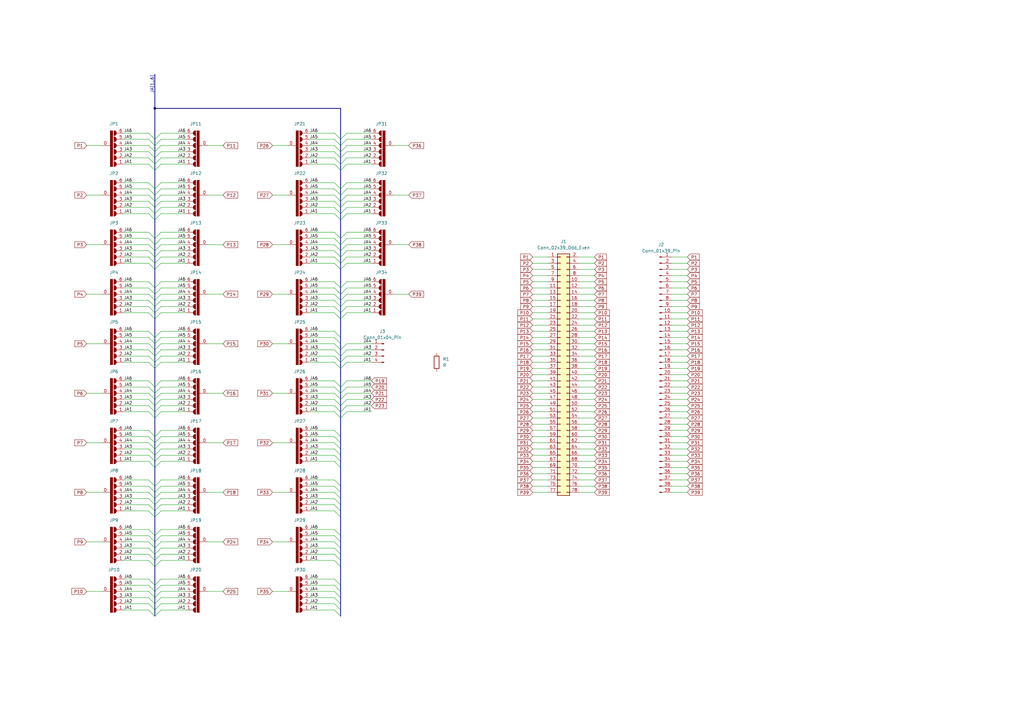
<source format=kicad_sch>
(kicad_sch (version 20250114) (generator "eeschema") (generator_version "9.0")
  (paper "A3")
  (junction (at 63.5 44.45))
  (bus_entry (at 63.5 69.85) (size 2.54 -2.54))
  (bus_entry (at 60.96 105.41) (size 2.54 2.54))
  (bus_entry (at 60.96 138.43) (size 2.54 2.54))
  (bus_entry (at 66.04 97.79) (size -2.54 2.54))
  (bus_entry (at 63.5 151.13) (size -2.54 -2.54))
  (bus_entry (at 66.04 82.55) (size -2.54 2.54))
  (bus_entry (at 137.16 204.47) (size 2.54 2.54))
  (bus_entry (at 137.16 102.87) (size 2.54 2.54))
  (bus_entry (at 60.96 161.29) (size 2.54 2.54))
  (bus_entry (at 60.96 123.19) (size 2.54 2.54))
  (bus_entry (at 142.24 123.19) (size -2.54 2.54))
  (bus_entry (at 142.24 166.37) (size -2.54 2.54))
  (bus_entry (at 60.96 62.23) (size 2.54 2.54))
  (bus_entry (at 63.5 151.13) (size 2.54 -2.54))
  (bus_entry (at 142.24 148.59) (size -2.54 2.54))
  (bus_entry (at 137.16 64.77) (size 2.54 2.54))
  (bus_entry (at 137.16 57.15) (size 2.54 2.54))
  (bus_entry (at 66.04 64.77) (size -2.54 2.54))
  (bus_entry (at 142.24 97.79) (size -2.54 2.54))
  (bus_entry (at 142.24 82.55) (size -2.54 2.54))
  (bus_entry (at 63.5 191.77) (size -2.54 -2.54))
  (bus_entry (at 60.96 196.85) (size 2.54 2.54))
  (bus_entry (at 137.16 80.01) (size 2.54 2.54))
  (bus_entry (at 66.04 219.71) (size -2.54 2.54))
  (bus_entry (at 142.24 100.33) (size -2.54 2.54))
  (bus_entry (at 137.16 82.55) (size 2.54 2.54))
  (bus_entry (at 137.16 242.57) (size 2.54 2.54))
  (bus_entry (at 63.5 130.81) (size -2.54 -2.54))
  (bus_entry (at 66.04 85.09) (size -2.54 2.54))
  (bus_entry (at 66.04 222.25) (size -2.54 2.54))
  (bus_entry (at 60.96 85.09) (size 2.54 2.54))
  (bus_entry (at 142.24 120.65) (size -2.54 2.54))
  (bus_entry (at 142.24 95.25) (size -2.54 2.54))
  (bus_entry (at 60.96 77.47) (size 2.54 2.54))
  (bus_entry (at 137.16 140.97) (size 2.54 2.54))
  (bus_entry (at 66.04 146.05) (size -2.54 2.54))
  (bus_entry (at 139.7 212.09) (size -2.54 -2.54))
  (bus_entry (at 137.16 105.41) (size 2.54 2.54))
  (bus_entry (at 137.16 245.11) (size 2.54 2.54))
  (bus_entry (at 137.16 158.75) (size 2.54 2.54))
  (bus_entry (at 137.16 207.01) (size 2.54 2.54))
  (bus_entry (at 60.96 163.83) (size 2.54 2.54))
  (bus_entry (at 60.96 179.07) (size 2.54 2.54))
  (bus_entry (at 66.04 125.73) (size -2.54 2.54))
  (bus_entry (at 139.7 69.85) (size 2.54 -2.54))
  (bus_entry (at 137.16 181.61) (size 2.54 2.54))
  (bus_entry (at 137.16 123.19) (size 2.54 2.54))
  (bus_entry (at 66.04 102.87) (size -2.54 2.54))
  (bus_entry (at 63.5 90.17) (size 2.54 -2.54))
  (bus_entry (at 66.04 74.93) (size -2.54 2.54))
  (bus_entry (at 60.96 237.49) (size 2.54 2.54))
  (bus_entry (at 137.16 120.65) (size 2.54 2.54))
  (bus_entry (at 60.96 59.69) (size 2.54 2.54))
  (bus_entry (at 66.04 115.57) (size -2.54 2.54))
  (bus_entry (at 66.04 207.01) (size -2.54 2.54))
  (bus_entry (at 60.96 140.97) (size 2.54 2.54))
  (bus_entry (at 60.96 125.73) (size 2.54 2.54))
  (bus_entry (at 66.04 105.41) (size -2.54 2.54))
  (bus_entry (at 142.24 163.83) (size -2.54 2.54))
  (bus_entry (at 60.96 217.17) (size 2.54 2.54))
  (bus_entry (at 60.96 118.11) (size 2.54 2.54))
  (bus_entry (at 66.04 158.75) (size -2.54 2.54))
  (bus_entry (at 60.96 74.93) (size 2.54 2.54))
  (bus_entry (at 60.96 146.05) (size 2.54 2.54))
  (bus_entry (at 66.04 237.49) (size -2.54 2.54))
  (bus_entry (at 66.04 156.21) (size -2.54 2.54))
  (bus_entry (at 139.7 110.49) (size 2.54 -2.54))
  (bus_entry (at 60.96 115.57) (size 2.54 2.54))
  (bus_entry (at 60.96 97.79) (size 2.54 2.54))
  (bus_entry (at 139.7 191.77) (size -2.54 -2.54))
  (bus_entry (at 60.96 54.61) (size 2.54 2.54))
  (bus_entry (at 60.96 207.01) (size 2.54 2.54))
  (bus_entry (at 139.7 90.17) (size -2.54 -2.54))
  (bus_entry (at 137.16 176.53) (size 2.54 2.54))
  (bus_entry (at 137.16 237.49) (size 2.54 2.54))
  (bus_entry (at 139.7 69.85) (size -2.54 -2.54))
  (bus_entry (at 137.16 227.33) (size 2.54 2.54))
  (bus_entry (at 60.96 224.79) (size 2.54 2.54))
  (bus_entry (at 63.5 110.49) (size 2.54 -2.54))
  (bus_entry (at 63.5 212.09) (size -2.54 -2.54))
  (bus_entry (at 60.96 204.47) (size 2.54 2.54))
  (bus_entry (at 66.04 181.61) (size -2.54 2.54))
  (bus_entry (at 66.04 138.43) (size -2.54 2.54))
  (bus_entry (at 60.96 247.65) (size 2.54 2.54))
  (bus_entry (at 137.16 163.83) (size 2.54 2.54))
  (bus_entry (at 142.24 57.15) (size -2.54 2.54))
  (bus_entry (at 66.04 54.61) (size -2.54 2.54))
  (bus_entry (at 66.04 184.15) (size -2.54 2.54))
  (bus_entry (at 66.04 161.29) (size -2.54 2.54))
  (bus_entry (at 63.5 252.73) (size 2.54 -2.54))
  (bus_entry (at 60.96 82.55) (size 2.54 2.54))
  (bus_entry (at 137.16 115.57) (size 2.54 2.54))
  (bus_entry (at 60.96 242.57) (size 2.54 2.54))
  (bus_entry (at 60.96 219.71) (size 2.54 2.54))
  (bus_entry (at 137.16 85.09) (size 2.54 2.54))
  (bus_entry (at 137.16 77.47) (size 2.54 2.54))
  (bus_entry (at 60.96 166.37) (size 2.54 2.54))
  (bus_entry (at 60.96 184.15) (size 2.54 2.54))
  (bus_entry (at 142.24 156.21) (size -2.54 2.54))
  (bus_entry (at 137.16 74.93) (size 2.54 2.54))
  (bus_entry (at 137.16 62.23) (size 2.54 2.54))
  (bus_entry (at 142.24 118.11) (size -2.54 2.54))
  (bus_entry (at 66.04 95.25) (size -2.54 2.54))
  (bus_entry (at 142.24 59.69) (size -2.54 2.54))
  (bus_entry (at 63.5 232.41) (size 2.54 -2.54))
  (bus_entry (at 66.04 227.33) (size -2.54 2.54))
  (bus_entry (at 142.24 62.23) (size -2.54 2.54))
  (bus_entry (at 66.04 240.03) (size -2.54 2.54))
  (bus_entry (at 142.24 77.47) (size -2.54 2.54))
  (bus_entry (at 60.96 201.93) (size 2.54 2.54))
  (bus_entry (at 66.04 242.57) (size -2.54 2.54))
  (bus_entry (at 139.7 252.73) (size -2.54 -2.54))
  (bus_entry (at 142.24 143.51) (size -2.54 2.54))
  (bus_entry (at 142.24 102.87) (size -2.54 2.54))
  (bus_entry (at 66.04 140.97) (size -2.54 2.54))
  (bus_entry (at 66.04 57.15) (size -2.54 2.54))
  (bus_entry (at 66.04 199.39) (size -2.54 2.54))
  (bus_entry (at 66.04 163.83) (size -2.54 2.54))
  (bus_entry (at 60.96 143.51) (size 2.54 2.54))
  (bus_entry (at 137.16 199.39) (size 2.54 2.54))
  (bus_entry (at 60.96 227.33) (size 2.54 2.54))
  (bus_entry (at 66.04 77.47) (size -2.54 2.54))
  (bus_entry (at 63.5 171.45) (size 2.54 -2.54))
  (bus_entry (at 137.16 217.17) (size 2.54 2.54))
  (bus_entry (at 63.5 171.45) (size -2.54 -2.54))
  (bus_entry (at 66.04 179.07) (size -2.54 2.54))
  (bus_entry (at 137.16 125.73) (size 2.54 2.54))
  (bus_entry (at 142.24 85.09) (size -2.54 2.54))
  (bus_entry (at 60.96 102.87) (size 2.54 2.54))
  (bus_entry (at 137.16 100.33) (size 2.54 2.54))
  (bus_entry (at 66.04 186.69) (size -2.54 2.54))
  (bus_entry (at 137.16 118.11) (size 2.54 2.54))
  (bus_entry (at 63.5 90.17) (size -2.54 -2.54))
  (bus_entry (at 66.04 62.23) (size -2.54 2.54))
  (bus_entry (at 137.16 166.37) (size 2.54 2.54))
  (bus_entry (at 63.5 191.77) (size 2.54 -2.54))
  (bus_entry (at 139.7 130.81) (size 2.54 -2.54))
  (bus_entry (at 66.04 123.19) (size -2.54 2.54))
  (bus_entry (at 139.7 171.45) (size -2.54 -2.54))
  (bus_entry (at 60.96 156.21) (size 2.54 2.54))
  (bus_entry (at 137.16 156.21) (size 2.54 2.54))
  (bus_entry (at 66.04 80.01) (size -2.54 2.54))
  (bus_entry (at 137.16 222.25) (size 2.54 2.54))
  (bus_entry (at 137.16 59.69) (size 2.54 2.54))
  (bus_entry (at 66.04 217.17) (size -2.54 2.54))
  (bus_entry (at 63.5 110.49) (size -2.54 -2.54))
  (bus_entry (at 63.5 252.73) (size -2.54 -2.54))
  (bus_entry (at 137.16 138.43) (size 2.54 2.54))
  (bus_entry (at 60.96 199.39) (size 2.54 2.54))
  (bus_entry (at 137.16 143.51) (size 2.54 2.54))
  (bus_entry (at 66.04 176.53) (size -2.54 2.54))
  (bus_entry (at 137.16 161.29) (size 2.54 2.54))
  (bus_entry (at 66.04 201.93) (size -2.54 2.54))
  (bus_entry (at 137.16 135.89) (size 2.54 2.54))
  (bus_entry (at 142.24 146.05) (size -2.54 2.54))
  (bus_entry (at 66.04 245.11) (size -2.54 2.54))
  (bus_entry (at 137.16 196.85) (size 2.54 2.54))
  (bus_entry (at 142.24 54.61) (size -2.54 2.54))
  (bus_entry (at 137.16 54.61) (size 2.54 2.54))
  (bus_entry (at 142.24 158.75) (size -2.54 2.54))
  (bus_entry (at 60.96 181.61) (size 2.54 2.54))
  (bus_entry (at 60.96 95.25) (size 2.54 2.54))
  (bus_entry (at 137.16 219.71) (size 2.54 2.54))
  (bus_entry (at 60.96 57.15) (size 2.54 2.54))
  (bus_entry (at 63.5 130.81) (size 2.54 -2.54))
  (bus_entry (at 66.04 135.89) (size -2.54 2.54))
  (bus_entry (at 66.04 143.51) (size -2.54 2.54))
  (bus_entry (at 60.96 240.03) (size 2.54 2.54))
  (bus_entry (at 66.04 247.65) (size -2.54 2.54))
  (bus_entry (at 66.04 100.33) (size -2.54 2.54))
  (bus_entry (at 60.96 120.65) (size 2.54 2.54))
  (bus_entry (at 63.5 212.09) (size 2.54 -2.54))
  (bus_entry (at 137.16 95.25) (size 2.54 2.54))
  (bus_entry (at 139.7 110.49) (size -2.54 -2.54))
  (bus_entry (at 60.96 245.11) (size 2.54 2.54))
  (bus_entry (at 139.7 171.45) (size 2.54 -2.54))
  (bus_entry (at 142.24 115.57) (size -2.54 2.54))
  (bus_entry (at 137.16 179.07) (size 2.54 2.54))
  (bus_entry (at 66.04 224.79) (size -2.54 2.54))
  (bus_entry (at 137.16 97.79) (size 2.54 2.54))
  (bus_entry (at 142.24 161.29) (size -2.54 2.54))
  (bus_entry (at 137.16 146.05) (size 2.54 2.54))
  (bus_entry (at 60.96 186.69) (size 2.54 2.54))
  (bus_entry (at 137.16 247.65) (size 2.54 2.54))
  (bus_entry (at 66.04 196.85) (size -2.54 2.54))
  (bus_entry (at 60.96 80.01) (size 2.54 2.54))
  (bus_entry (at 66.04 204.47) (size -2.54 2.54))
  (bus_entry (at 137.16 201.93) (size 2.54 2.54))
  (bus_entry (at 142.24 80.01) (size -2.54 2.54))
  (bus_entry (at 66.04 120.65) (size -2.54 2.54))
  (bus_entry (at 66.04 166.37) (size -2.54 2.54))
  (bus_entry (at 137.16 186.69) (size 2.54 2.54))
  (bus_entry (at 66.04 59.69) (size -2.54 2.54))
  (bus_entry (at 60.96 222.25) (size 2.54 2.54))
  (bus_entry (at 139.7 232.41) (size -2.54 -2.54))
  (bus_entry (at 66.04 118.11) (size -2.54 2.54))
  (bus_entry (at 142.24 74.93) (size -2.54 2.54))
  (bus_entry (at 63.5 232.41) (size -2.54 -2.54))
  (bus_entry (at 142.24 140.97) (size -2.54 2.54))
  (bus_entry (at 142.24 64.77) (size -2.54 2.54))
  (bus_entry (at 139.7 90.17) (size 2.54 -2.54))
  (bus_entry (at 63.5 69.85) (size -2.54 -2.54))
  (bus_entry (at 60.96 158.75) (size 2.54 2.54))
  (bus_entry (at 60.96 64.77) (size 2.54 2.54))
  (bus_entry (at 60.96 100.33) (size 2.54 2.54))
  (bus_entry (at 142.24 105.41) (size -2.54 2.54))
  (bus_entry (at 137.16 184.15) (size 2.54 2.54))
  (bus_entry (at 137.16 240.03) (size 2.54 2.54))
  (bus_entry (at 139.7 151.13) (size -2.54 -2.54))
  (bus_entry (at 137.16 224.79) (size 2.54 2.54))
  (bus_entry (at 139.7 130.81) (size -2.54 -2.54))
  (bus_entry (at 142.24 125.73) (size -2.54 2.54))
  (bus_entry (at 60.96 176.53) (size 2.54 2.54))
  (bus_entry (at 60.96 135.89) (size 2.54 2.54))
  (bus (pts (xy 139.7 229.87) (xy 139.7 232.41)))
  (wire (pts (xy 218.44 171.45) (xy 224.79 171.45)))
  (bus (pts (xy 63.5 158.75) (xy 63.5 161.29)))
  (wire (pts (xy 142.24 120.65) (xy 152.4 120.65)))
  (wire (pts (xy 142.24 82.55) (xy 152.4 82.55)))
  (wire (pts (xy 66.04 207.01) (xy 76.2 207.01)))
  (wire (pts (xy 142.24 161.29) (xy 152.4 161.29)))
  (bus (pts (xy 63.5 100.33) (xy 63.5 102.87)))
  (wire (pts (xy 60.96 115.57) (xy 50.8 115.57)))
  (wire (pts (xy 218.44 138.43) (xy 224.79 138.43)))
  (wire (pts (xy 218.44 168.91) (xy 224.79 168.91)))
  (wire (pts (xy 60.96 64.77) (xy 50.8 64.77)))
  (bus (pts (xy 139.7 138.43) (xy 139.7 140.97)))
  (wire (pts (xy 142.24 128.27) (xy 152.4 128.27)))
  (wire (pts (xy 60.96 100.33) (xy 50.8 100.33)))
  (wire (pts (xy 224.79 153.67) (xy 218.44 153.67)))
  (wire (pts (xy 137.16 158.75) (xy 127 158.75)))
  (wire (pts (xy 66.04 196.85) (xy 76.2 196.85)))
  (bus (pts (xy 63.5 64.77) (xy 63.5 67.31)))
  (bus (pts (xy 63.5 242.57) (xy 63.5 245.11)))
  (wire (pts (xy 66.04 135.89) (xy 76.2 135.89)))
  (bus (pts (xy 63.5 204.47) (xy 63.5 207.01)))
  (bus (pts (xy 63.5 148.59) (xy 63.5 151.13)))
  (wire (pts (xy 243.84 143.51) (xy 237.49 143.51)))
  (bus (pts (xy 139.7 130.81) (xy 139.7 138.43)))
  (wire (pts (xy 60.96 143.51) (xy 50.8 143.51)))
  (wire (pts (xy 60.96 146.05) (xy 50.8 146.05)))
  (wire (pts (xy 224.79 151.13) (xy 218.44 151.13)))
  (wire (pts (xy 111.76 140.97) (xy 118.11 140.97)))
  (wire (pts (xy 66.04 125.73) (xy 76.2 125.73)))
  (wire (pts (xy 137.16 62.23) (xy 127 62.23)))
  (wire (pts (xy 218.44 123.19) (xy 224.79 123.19)))
  (bus (pts (xy 139.7 191.77) (xy 139.7 199.39)))
  (wire (pts (xy 137.16 135.89) (xy 127 135.89)))
  (wire (pts (xy 281.94 199.39) (xy 275.59 199.39)))
  (wire (pts (xy 243.84 110.49) (xy 237.49 110.49)))
  (wire (pts (xy 243.84 186.69) (xy 237.49 186.69)))
  (wire (pts (xy 137.16 161.29) (xy 127 161.29)))
  (wire (pts (xy 243.84 130.81) (xy 237.49 130.81)))
  (bus (pts (xy 63.5 123.19) (xy 63.5 125.73)))
  (wire (pts (xy 142.24 77.47) (xy 152.4 77.47)))
  (wire (pts (xy 91.44 201.93) (xy 85.09 201.93)))
  (bus (pts (xy 63.5 189.23) (xy 63.5 191.77)))
  (wire (pts (xy 142.24 115.57) (xy 152.4 115.57)))
  (wire (pts (xy 275.59 156.21) (xy 281.94 156.21)))
  (wire (pts (xy 137.16 118.11) (xy 127 118.11)))
  (wire (pts (xy 218.44 135.89) (xy 224.79 135.89)))
  (wire (pts (xy 66.04 67.31) (xy 76.2 67.31)))
  (wire (pts (xy 243.84 196.85) (xy 237.49 196.85)))
  (bus (pts (xy 63.5 82.55) (xy 63.5 85.09)))
  (wire (pts (xy 281.94 110.49) (xy 275.59 110.49)))
  (wire (pts (xy 218.44 194.31) (xy 224.79 194.31)))
  (wire (pts (xy 111.76 181.61) (xy 118.11 181.61)))
  (bus (pts (xy 63.5 207.01) (xy 63.5 209.55)))
  (wire (pts (xy 218.44 115.57) (xy 224.79 115.57)))
  (wire (pts (xy 218.44 186.69) (xy 224.79 186.69)))
  (wire (pts (xy 218.44 128.27) (xy 224.79 128.27)))
  (bus (pts (xy 63.5 179.07) (xy 63.5 181.61)))
  (bus (pts (xy 139.7 82.55) (xy 139.7 85.09)))
  (bus (pts (xy 63.5 224.79) (xy 63.5 227.33)))
  (wire (pts (xy 218.44 120.65) (xy 224.79 120.65)))
  (wire (pts (xy 137.16 201.93) (xy 127 201.93)))
  (bus (pts (xy 139.7 105.41) (xy 139.7 107.95)))
  (wire (pts (xy 243.84 128.27) (xy 237.49 128.27)))
  (wire (pts (xy 218.44 140.97) (xy 224.79 140.97)))
  (wire (pts (xy 137.16 95.25) (xy 127 95.25)))
  (bus (pts (xy 63.5 140.97) (xy 63.5 143.51)))
  (wire (pts (xy 218.44 105.41) (xy 224.79 105.41)))
  (bus (pts (xy 63.5 240.03) (xy 63.5 242.57)))
  (wire (pts (xy 218.44 166.37) (xy 224.79 166.37)))
  (bus (pts (xy 139.7 212.09) (xy 139.7 219.71)))
  (wire (pts (xy 137.16 143.51) (xy 127 143.51)))
  (wire (pts (xy 60.96 80.01) (xy 50.8 80.01)))
  (wire (pts (xy 137.16 181.61) (xy 127 181.61)))
  (wire (pts (xy 218.44 107.95) (xy 224.79 107.95)))
  (bus (pts (xy 139.7 67.31) (xy 139.7 69.85)))
  (wire (pts (xy 243.84 123.19) (xy 237.49 123.19)))
  (wire (pts (xy 224.79 158.75) (xy 218.44 158.75)))
  (wire (pts (xy 142.24 74.93) (xy 152.4 74.93)))
  (wire (pts (xy 60.96 62.23) (xy 50.8 62.23)))
  (bus (pts (xy 63.5 247.65) (xy 63.5 250.19)))
  (wire (pts (xy 60.96 224.79) (xy 50.8 224.79)))
  (wire (pts (xy 237.49 151.13) (xy 243.84 151.13)))
  (wire (pts (xy 218.44 199.39) (xy 224.79 199.39)))
  (wire (pts (xy 66.04 199.39) (xy 76.2 199.39)))
  (bus (pts (xy 139.7 62.23) (xy 139.7 64.77)))
  (wire (pts (xy 111.76 59.69) (xy 118.11 59.69)))
  (bus (pts (xy 139.7 250.19) (xy 139.7 252.73)))
  (wire (pts (xy 275.59 161.29) (xy 281.94 161.29)))
  (wire (pts (xy 60.96 85.09) (xy 50.8 85.09)))
  (wire (pts (xy 137.16 189.23) (xy 127 189.23)))
  (wire (pts (xy 281.94 113.03) (xy 275.59 113.03)))
  (bus (pts (xy 139.7 189.23) (xy 139.7 191.77)))
  (bus (pts (xy 63.5 191.77) (xy 63.5 199.39)))
  (bus (pts (xy 139.7 158.75) (xy 139.7 161.29)))
  (wire (pts (xy 218.44 196.85) (xy 224.79 196.85)))
  (wire (pts (xy 137.16 77.47) (xy 127 77.47)))
  (wire (pts (xy 281.94 191.77) (xy 275.59 191.77)))
  (bus (pts (xy 63.5 30.48) (xy 63.5 44.45)))
  (wire (pts (xy 66.04 204.47) (xy 76.2 204.47)))
  (wire (pts (xy 281.94 138.43) (xy 275.59 138.43)))
  (bus (pts (xy 139.7 148.59) (xy 139.7 151.13)))
  (wire (pts (xy 60.96 54.61) (xy 50.8 54.61)))
  (wire (pts (xy 137.16 217.17) (xy 127 217.17)))
  (bus (pts (xy 139.7 123.19) (xy 139.7 125.73)))
  (wire (pts (xy 281.94 194.31) (xy 275.59 194.31)))
  (bus (pts (xy 63.5 97.79) (xy 63.5 100.33)))
  (bus (pts (xy 139.7 161.29) (xy 139.7 163.83)))
  (bus (pts (xy 139.7 110.49) (xy 139.7 118.11)))
  (wire (pts (xy 60.96 163.83) (xy 50.8 163.83)))
  (wire (pts (xy 137.16 222.25) (xy 127 222.25)))
  (wire (pts (xy 243.84 125.73) (xy 237.49 125.73)))
  (wire (pts (xy 142.24 95.25) (xy 152.4 95.25)))
  (wire (pts (xy 66.04 186.69) (xy 76.2 186.69)))
  (wire (pts (xy 91.44 161.29) (xy 85.09 161.29)))
  (wire (pts (xy 243.84 118.11) (xy 237.49 118.11)))
  (wire (pts (xy 281.94 179.07) (xy 275.59 179.07)))
  (bus (pts (xy 63.5 62.23) (xy 63.5 64.77)))
  (bus (pts (xy 63.5 232.41) (xy 63.5 240.03)))
  (wire (pts (xy 60.96 59.69) (xy 50.8 59.69)))
  (bus (pts (xy 63.5 245.11) (xy 63.5 247.65)))
  (wire (pts (xy 281.94 125.73) (xy 275.59 125.73)))
  (wire (pts (xy 60.96 135.89) (xy 50.8 135.89)))
  (bus (pts (xy 63.5 130.81) (xy 63.5 138.43)))
  (wire (pts (xy 66.04 209.55) (xy 76.2 209.55)))
  (bus (pts (xy 63.5 166.37) (xy 63.5 168.91)))
  (bus (pts (xy 63.5 184.15) (xy 63.5 186.69)))
  (wire (pts (xy 281.94 123.19) (xy 275.59 123.19)))
  (wire (pts (xy 137.16 115.57) (xy 127 115.57)))
  (bus (pts (xy 139.7 100.33) (xy 139.7 102.87)))
  (wire (pts (xy 137.16 184.15) (xy 127 184.15)))
  (wire (pts (xy 243.84 133.35) (xy 237.49 133.35)))
  (bus (pts (xy 63.5 186.69) (xy 63.5 189.23)))
  (wire (pts (xy 243.84 181.61) (xy 237.49 181.61)))
  (wire (pts (xy 91.44 80.01) (xy 85.09 80.01)))
  (bus (pts (xy 139.7 57.15) (xy 139.7 59.69)))
  (wire (pts (xy 224.79 156.21) (xy 218.44 156.21)))
  (wire (pts (xy 137.16 82.55) (xy 127 82.55)))
  (wire (pts (xy 142.24 102.87) (xy 152.4 102.87)))
  (wire (pts (xy 137.16 107.95) (xy 127 107.95)))
  (wire (pts (xy 243.84 140.97) (xy 237.49 140.97)))
  (wire (pts (xy 66.04 242.57) (xy 76.2 242.57)))
  (wire (pts (xy 60.96 207.01) (xy 50.8 207.01)))
  (wire (pts (xy 137.16 102.87) (xy 127 102.87)))
  (bus (pts (xy 139.7 171.45) (xy 139.7 179.07)))
  (wire (pts (xy 137.16 227.33) (xy 127 227.33)))
  (wire (pts (xy 60.96 247.65) (xy 50.8 247.65)))
  (wire (pts (xy 137.16 163.83) (xy 127 163.83)))
  (wire (pts (xy 137.16 224.79) (xy 127 224.79)))
  (wire (pts (xy 60.96 217.17) (xy 50.8 217.17)))
  (bus (pts (xy 63.5 57.15) (xy 63.5 59.69)))
  (wire (pts (xy 243.84 189.23) (xy 237.49 189.23)))
  (bus (pts (xy 139.7 222.25) (xy 139.7 224.79)))
  (wire (pts (xy 111.76 80.01) (xy 118.11 80.01)))
  (wire (pts (xy 137.16 247.65) (xy 127 247.65)))
  (wire (pts (xy 137.16 219.71) (xy 127 219.71)))
  (wire (pts (xy 142.24 158.75) (xy 152.4 158.75)))
  (wire (pts (xy 142.24 140.97) (xy 152.4 140.97)))
  (bus (pts (xy 139.7 247.65) (xy 139.7 250.19)))
  (wire (pts (xy 35.56 80.01) (xy 41.91 80.01)))
  (wire (pts (xy 137.16 196.85) (xy 127 196.85)))
  (wire (pts (xy 66.04 102.87) (xy 76.2 102.87)))
  (wire (pts (xy 66.04 163.83) (xy 76.2 163.83)))
  (wire (pts (xy 142.24 163.83) (xy 152.4 163.83)))
  (wire (pts (xy 218.44 125.73) (xy 224.79 125.73)))
  (wire (pts (xy 66.04 158.75) (xy 76.2 158.75)))
  (wire (pts (xy 137.16 120.65) (xy 127 120.65)))
  (wire (pts (xy 137.16 74.93) (xy 127 74.93)))
  (bus (pts (xy 139.7 90.17) (xy 139.7 97.79)))
  (wire (pts (xy 60.96 240.03) (xy 50.8 240.03)))
  (wire (pts (xy 66.04 176.53) (xy 76.2 176.53)))
  (wire (pts (xy 275.59 158.75) (xy 281.94 158.75)))
  (wire (pts (xy 142.24 105.41) (xy 152.4 105.41)))
  (wire (pts (xy 243.84 179.07) (xy 237.49 179.07)))
  (wire (pts (xy 60.96 57.15) (xy 50.8 57.15)))
  (wire (pts (xy 281.94 189.23) (xy 275.59 189.23)))
  (wire (pts (xy 60.96 120.65) (xy 50.8 120.65)))
  (bus (pts (xy 139.7 125.73) (xy 139.7 128.27)))
  (bus (pts (xy 139.7 80.01) (xy 139.7 82.55)))
  (wire (pts (xy 243.84 107.95) (xy 237.49 107.95)))
  (wire (pts (xy 218.44 173.99) (xy 224.79 173.99)))
  (wire (pts (xy 60.96 204.47) (xy 50.8 204.47)))
  (wire (pts (xy 60.96 158.75) (xy 50.8 158.75)))
  (wire (pts (xy 35.56 140.97) (xy 41.91 140.97)))
  (bus (pts (xy 139.7 207.01) (xy 139.7 209.55)))
  (wire (pts (xy 281.94 115.57) (xy 275.59 115.57)))
  (wire (pts (xy 137.16 209.55) (xy 127 209.55)))
  (bus (pts (xy 139.7 163.83) (xy 139.7 166.37)))
  (bus (pts (xy 139.7 59.69) (xy 139.7 62.23)))
  (wire (pts (xy 243.84 115.57) (xy 237.49 115.57)))
  (bus (pts (xy 139.7 146.05) (xy 139.7 148.59)))
  (wire (pts (xy 142.24 148.59) (xy 152.4 148.59)))
  (wire (pts (xy 35.56 222.25) (xy 41.91 222.25)))
  (wire (pts (xy 137.16 57.15) (xy 127 57.15)))
  (wire (pts (xy 35.56 201.93) (xy 41.91 201.93)))
  (wire (pts (xy 60.96 77.47) (xy 50.8 77.47)))
  (wire (pts (xy 66.04 80.01) (xy 76.2 80.01)))
  (wire (pts (xy 60.96 242.57) (xy 50.8 242.57)))
  (wire (pts (xy 66.04 181.61) (xy 76.2 181.61)))
  (wire (pts (xy 66.04 250.19) (xy 76.2 250.19)))
  (wire (pts (xy 142.24 125.73) (xy 152.4 125.73)))
  (bus (pts (xy 139.7 245.11) (xy 139.7 247.65)))
  (wire (pts (xy 137.16 138.43) (xy 127 138.43)))
  (wire (pts (xy 275.59 153.67) (xy 281.94 153.67)))
  (wire (pts (xy 281.94 133.35) (xy 275.59 133.35)))
  (wire (pts (xy 66.04 100.33) (xy 76.2 100.33)))
  (bus (pts (xy 63.5 138.43) (xy 63.5 140.97)))
  (wire (pts (xy 66.04 59.69) (xy 76.2 59.69)))
  (wire (pts (xy 66.04 146.05) (xy 76.2 146.05)))
  (wire (pts (xy 66.04 240.03) (xy 76.2 240.03)))
  (wire (pts (xy 137.16 199.39) (xy 127 199.39)))
  (bus (pts (xy 139.7 69.85) (xy 139.7 77.47)))
  (wire (pts (xy 60.96 156.21) (xy 50.8 156.21)))
  (wire (pts (xy 281.94 148.59) (xy 275.59 148.59)))
  (wire (pts (xy 137.16 54.61) (xy 127 54.61)))
  (wire (pts (xy 243.84 113.03) (xy 237.49 113.03)))
  (bus (pts (xy 63.5 199.39) (xy 63.5 201.93)))
  (wire (pts (xy 66.04 115.57) (xy 76.2 115.57)))
  (wire (pts (xy 60.96 237.49) (xy 50.8 237.49)))
  (wire (pts (xy 237.49 158.75) (xy 243.84 158.75)))
  (wire (pts (xy 281.94 166.37) (xy 275.59 166.37)))
  (wire (pts (xy 35.56 100.33) (xy 41.91 100.33)))
  (wire (pts (xy 35.56 181.61) (xy 41.91 181.61)))
  (wire (pts (xy 137.16 229.87) (xy 127 229.87)))
  (bus (pts (xy 139.7 140.97) (xy 139.7 143.51)))
  (wire (pts (xy 60.96 138.43) (xy 50.8 138.43)))
  (bus (pts (xy 63.5 201.93) (xy 63.5 204.47)))
  (bus (pts (xy 139.7 219.71) (xy 139.7 222.25)))
  (wire (pts (xy 167.64 80.01) (xy 161.29 80.01)))
  (wire (pts (xy 137.16 166.37) (xy 127 166.37)))
  (wire (pts (xy 66.04 107.95) (xy 76.2 107.95)))
  (bus (pts (xy 139.7 209.55) (xy 139.7 212.09)))
  (wire (pts (xy 66.04 237.49) (xy 76.2 237.49)))
  (wire (pts (xy 281.94 176.53) (xy 275.59 176.53)))
  (wire (pts (xy 66.04 85.09) (xy 76.2 85.09)))
  (wire (pts (xy 243.84 184.15) (xy 237.49 184.15)))
  (wire (pts (xy 137.16 97.79) (xy 127 97.79)))
  (wire (pts (xy 243.84 105.41) (xy 237.49 105.41)))
  (wire (pts (xy 281.94 201.93) (xy 275.59 201.93)))
  (wire (pts (xy 142.24 64.77) (xy 152.4 64.77)))
  (bus (pts (xy 139.7 120.65) (xy 139.7 123.19)))
  (wire (pts (xy 137.16 240.03) (xy 127 240.03)))
  (bus (pts (xy 139.7 128.27) (xy 139.7 130.81)))
  (wire (pts (xy 281.94 146.05) (xy 275.59 146.05)))
  (wire (pts (xy 137.16 245.11) (xy 127 245.11)))
  (wire (pts (xy 60.96 67.31) (xy 50.8 67.31)))
  (wire (pts (xy 111.76 222.25) (xy 118.11 222.25)))
  (wire (pts (xy 281.94 181.61) (xy 275.59 181.61)))
  (bus (pts (xy 63.5 59.69) (xy 63.5 62.23)))
  (bus (pts (xy 63.5 85.09) (xy 63.5 87.63)))
  (bus (pts (xy 139.7 151.13) (xy 139.7 158.75)))
  (wire (pts (xy 137.16 186.69) (xy 127 186.69)))
  (wire (pts (xy 111.76 100.33) (xy 118.11 100.33)))
  (wire (pts (xy 60.96 118.11) (xy 50.8 118.11)))
  (wire (pts (xy 60.96 148.59) (xy 50.8 148.59)))
  (wire (pts (xy 142.24 62.23) (xy 152.4 62.23)))
  (bus (pts (xy 139.7 242.57) (xy 139.7 245.11)))
  (wire (pts (xy 60.96 140.97) (xy 50.8 140.97)))
  (wire (pts (xy 60.96 87.63) (xy 50.8 87.63)))
  (wire (pts (xy 167.64 59.69) (xy 161.29 59.69)))
  (bus (pts (xy 63.5 209.55) (xy 63.5 212.09)))
  (wire (pts (xy 243.84 146.05) (xy 237.49 146.05)))
  (bus (pts (xy 63.5 219.71) (xy 63.5 222.25)))
  (wire (pts (xy 237.49 153.67) (xy 243.84 153.67)))
  (wire (pts (xy 218.44 179.07) (xy 224.79 179.07)))
  (wire (pts (xy 137.16 85.09) (xy 127 85.09)))
  (wire (pts (xy 91.44 59.69) (xy 85.09 59.69)))
  (bus (pts (xy 63.5 90.17) (xy 63.5 97.79)))
  (wire (pts (xy 142.24 97.79) (xy 152.4 97.79)))
  (bus (pts (xy 139.7 44.45) (xy 139.7 57.15)))
  (wire (pts (xy 66.04 64.77) (xy 76.2 64.77)))
  (wire (pts (xy 142.24 168.91) (xy 152.4 168.91)))
  (wire (pts (xy 137.16 100.33) (xy 127 100.33)))
  (wire (pts (xy 142.24 118.11) (xy 152.4 118.11)))
  (wire (pts (xy 281.94 105.41) (xy 275.59 105.41)))
  (bus (pts (xy 63.5 168.91) (xy 63.5 171.45)))
  (wire (pts (xy 281.94 171.45) (xy 275.59 171.45)))
  (wire (pts (xy 167.64 100.33) (xy 161.29 100.33)))
  (wire (pts (xy 237.49 156.21) (xy 243.84 156.21)))
  (wire (pts (xy 60.96 189.23) (xy 50.8 189.23)))
  (wire (pts (xy 281.94 120.65) (xy 275.59 120.65)))
  (bus (pts (xy 139.7 186.69) (xy 139.7 189.23)))
  (wire (pts (xy 281.94 173.99) (xy 275.59 173.99)))
  (wire (pts (xy 91.44 222.25) (xy 85.09 222.25)))
  (wire (pts (xy 66.04 219.71) (xy 76.2 219.71)))
  (wire (pts (xy 142.24 156.21) (xy 152.4 156.21)))
  (wire (pts (xy 137.16 148.59) (xy 127 148.59)))
  (bus (pts (xy 139.7 224.79) (xy 139.7 227.33)))
  (wire (pts (xy 66.04 247.65) (xy 76.2 247.65)))
  (bus (pts (xy 139.7 64.77) (xy 139.7 67.31)))
  (wire (pts (xy 137.16 125.73) (xy 127 125.73)))
  (wire (pts (xy 137.16 179.07) (xy 127 179.07)))
  (wire (pts (xy 281.94 135.89) (xy 275.59 135.89)))
  (wire (pts (xy 66.04 156.21) (xy 76.2 156.21)))
  (wire (pts (xy 281.94 140.97) (xy 275.59 140.97)))
  (wire (pts (xy 60.96 166.37) (xy 50.8 166.37)))
  (wire (pts (xy 142.24 123.19) (xy 152.4 123.19)))
  (wire (pts (xy 111.76 242.57) (xy 118.11 242.57)))
  (wire (pts (xy 60.96 105.41) (xy 50.8 105.41)))
  (wire (pts (xy 142.24 87.63) (xy 152.4 87.63)))
  (bus (pts (xy 63.5 102.87) (xy 63.5 105.41)))
  (wire (pts (xy 111.76 201.93) (xy 118.11 201.93)))
  (wire (pts (xy 243.84 166.37) (xy 237.49 166.37)))
  (bus (pts (xy 63.5 171.45) (xy 63.5 179.07)))
  (bus (pts (xy 63.5 212.09) (xy 63.5 219.71)))
  (wire (pts (xy 60.96 74.93) (xy 50.8 74.93)))
  (wire (pts (xy 60.96 181.61) (xy 50.8 181.61)))
  (bus (pts (xy 139.7 118.11) (xy 139.7 120.65)))
  (bus (pts (xy 63.5 110.49) (xy 63.5 118.11)))
  (wire (pts (xy 137.16 105.41) (xy 127 105.41)))
  (wire (pts (xy 218.44 110.49) (xy 224.79 110.49)))
  (wire (pts (xy 243.84 138.43) (xy 237.49 138.43)))
  (bus (pts (xy 63.5 44.45) (xy 63.5 57.15)))
  (wire (pts (xy 66.04 118.11) (xy 76.2 118.11)))
  (wire (pts (xy 142.24 143.51) (xy 152.4 143.51)))
  (bus (pts (xy 139.7 143.51) (xy 139.7 146.05)))
  (bus (pts (xy 63.5 105.41) (xy 63.5 107.95)))
  (wire (pts (xy 60.96 227.33) (xy 50.8 227.33)))
  (wire (pts (xy 66.04 128.27) (xy 76.2 128.27)))
  (bus (pts (xy 63.5 222.25) (xy 63.5 224.79)))
  (wire (pts (xy 66.04 87.63) (xy 76.2 87.63)))
  (wire (pts (xy 281.94 128.27) (xy 275.59 128.27)))
  (wire (pts (xy 137.16 146.05) (xy 127 146.05)))
  (wire (pts (xy 66.04 229.87) (xy 76.2 229.87)))
  (wire (pts (xy 60.96 82.55) (xy 50.8 82.55)))
  (bus (pts (xy 139.7 97.79) (xy 139.7 100.33)))
  (wire (pts (xy 66.04 217.17) (xy 76.2 217.17)))
  (wire (pts (xy 66.04 184.15) (xy 76.2 184.15)))
  (wire (pts (xy 60.96 184.15) (xy 50.8 184.15)))
  (wire (pts (xy 60.96 229.87) (xy 50.8 229.87)))
  (bus (pts (xy 63.5 120.65) (xy 63.5 123.19)))
  (wire (pts (xy 66.04 166.37) (xy 76.2 166.37)))
  (bus (pts (xy 139.7 181.61) (xy 139.7 184.15)))
  (wire (pts (xy 142.24 107.95) (xy 152.4 107.95)))
  (wire (pts (xy 66.04 74.93) (xy 76.2 74.93)))
  (wire (pts (xy 243.84 191.77) (xy 237.49 191.77)))
  (wire (pts (xy 137.16 123.19) (xy 127 123.19)))
  (bus (pts (xy 139.7 85.09) (xy 139.7 87.63)))
  (wire (pts (xy 137.16 237.49) (xy 127 237.49)))
  (wire (pts (xy 66.04 161.29) (xy 76.2 161.29)))
  (wire (pts (xy 137.16 207.01) (xy 127 207.01)))
  (wire (pts (xy 281.94 107.95) (xy 275.59 107.95)))
  (wire (pts (xy 142.24 67.31) (xy 152.4 67.31)))
  (wire (pts (xy 243.84 163.83) (xy 237.49 163.83)))
  (wire (pts (xy 60.96 123.19) (xy 50.8 123.19)))
  (wire (pts (xy 218.44 176.53) (xy 224.79 176.53)))
  (wire (pts (xy 60.96 128.27) (xy 50.8 128.27)))
  (wire (pts (xy 142.24 85.09) (xy 152.4 85.09)))
  (bus (pts (xy 139.7 168.91) (xy 139.7 171.45)))
  (wire (pts (xy 281.94 163.83) (xy 275.59 163.83)))
  (wire (pts (xy 60.96 219.71) (xy 50.8 219.71)))
  (wire (pts (xy 66.04 227.33) (xy 76.2 227.33)))
  (wire (pts (xy 60.96 250.19) (xy 50.8 250.19)))
  (wire (pts (xy 66.04 179.07) (xy 76.2 179.07)))
  (wire (pts (xy 243.84 135.89) (xy 237.49 135.89)))
  (wire (pts (xy 142.24 80.01) (xy 152.4 80.01)))
  (wire (pts (xy 142.24 54.61) (xy 152.4 54.61)))
  (wire (pts (xy 218.44 113.03) (xy 224.79 113.03)))
  (wire (pts (xy 281.94 118.11) (xy 275.59 118.11)))
  (wire (pts (xy 243.84 201.93) (xy 237.49 201.93)))
  (bus (pts (xy 63.5 125.73) (xy 63.5 128.27)))
  (wire (pts (xy 137.16 176.53) (xy 127 176.53)))
  (bus (pts (xy 63.5 107.95) (xy 63.5 110.49)))
  (wire (pts (xy 60.96 161.29) (xy 50.8 161.29)))
  (wire (pts (xy 66.04 77.47) (xy 76.2 77.47)))
  (wire (pts (xy 60.96 95.25) (xy 50.8 95.25)))
  (wire (pts (xy 137.16 140.97) (xy 127 140.97)))
  (wire (pts (xy 66.04 95.25) (xy 76.2 95.25)))
  (bus (pts (xy 139.7 201.93) (xy 139.7 204.47)))
  (wire (pts (xy 91.44 242.57) (xy 85.09 242.57)))
  (wire (pts (xy 281.94 143.51) (xy 275.59 143.51)))
  (wire (pts (xy 281.94 130.81) (xy 275.59 130.81)))
  (wire (pts (xy 137.16 204.47) (xy 127 204.47)))
  (wire (pts (xy 243.84 148.59) (xy 237.49 148.59)))
  (wire (pts (xy 218.44 191.77) (xy 224.79 191.77)))
  (bus (pts (xy 139.7 166.37) (xy 139.7 168.91)))
  (bus (pts (xy 63.5 67.31) (xy 63.5 69.85)))
  (wire (pts (xy 66.04 189.23) (xy 76.2 189.23)))
  (wire (pts (xy 137.16 250.19) (xy 127 250.19)))
  (wire (pts (xy 243.84 173.99) (xy 237.49 173.99)))
  (wire (pts (xy 281.94 184.15) (xy 275.59 184.15)))
  (bus (pts (xy 63.5 163.83) (xy 63.5 166.37)))
  (wire (pts (xy 111.76 161.29) (xy 118.11 161.29)))
  (bus (pts (xy 63.5 151.13) (xy 63.5 158.75)))
  (wire (pts (xy 66.04 168.91) (xy 76.2 168.91)))
  (wire (pts (xy 91.44 120.65) (xy 85.09 120.65)))
  (wire (pts (xy 66.04 97.79) (xy 76.2 97.79)))
  (wire (pts (xy 137.16 80.01) (xy 127 80.01)))
  (bus (pts (xy 63.5 250.19) (xy 63.5 252.73)))
  (wire (pts (xy 60.96 107.95) (xy 50.8 107.95)))
  (bus (pts (xy 63.5 128.27) (xy 63.5 130.81)))
  (wire (pts (xy 281.94 186.69) (xy 275.59 186.69)))
  (bus (pts (xy 139.7 87.63) (xy 139.7 90.17)))
  (wire (pts (xy 218.44 143.51) (xy 224.79 143.51)))
  (wire (pts (xy 137.16 156.21) (xy 127 156.21)))
  (bus (pts (xy 63.5 87.63) (xy 63.5 90.17)))
  (wire (pts (xy 137.16 59.69) (xy 127 59.69)))
  (bus (pts (xy 139.7 184.15) (xy 139.7 186.69)))
  (wire (pts (xy 66.04 222.25) (xy 76.2 222.25)))
  (wire (pts (xy 35.56 242.57) (xy 41.91 242.57)))
  (wire (pts (xy 281.94 196.85) (xy 275.59 196.85)))
  (wire (pts (xy 66.04 120.65) (xy 76.2 120.65)))
  (wire (pts (xy 60.96 179.07) (xy 50.8 179.07)))
  (wire (pts (xy 35.56 120.65) (xy 41.91 120.65)))
  (wire (pts (xy 243.84 120.65) (xy 237.49 120.65)))
  (wire (pts (xy 60.96 102.87) (xy 50.8 102.87)))
  (wire (pts (xy 66.04 245.11) (xy 76.2 245.11)))
  (wire (pts (xy 137.16 64.77) (xy 127 64.77)))
  (bus (pts (xy 139.7 179.07) (xy 139.7 181.61)))
  (wire (pts (xy 66.04 57.15) (xy 76.2 57.15)))
  (bus (pts (xy 63.5 143.51) (xy 63.5 146.05)))
  (wire (pts (xy 142.24 59.69) (xy 152.4 59.69)))
  (wire (pts (xy 243.84 176.53) (xy 237.49 176.53)))
  (bus (pts (xy 63.5 146.05) (xy 63.5 148.59)))
  (wire (pts (xy 60.96 168.91) (xy 50.8 168.91)))
  (bus (pts (xy 139.7 204.47) (xy 139.7 207.01)))
  (bus (pts (xy 63.5 229.87) (xy 63.5 232.41)))
  (wire (pts (xy 60.96 199.39) (xy 50.8 199.39)))
  (wire (pts (xy 167.64 120.65) (xy 161.29 120.65)))
  (wire (pts (xy 66.04 224.79) (xy 76.2 224.79)))
  (bus (pts (xy 63.5 227.33) (xy 63.5 229.87)))
  (wire (pts (xy 137.16 128.27) (xy 127 128.27)))
  (wire (pts (xy 237.49 161.29) (xy 243.84 161.29)))
  (wire (pts (xy 142.24 146.05) (xy 152.4 146.05)))
  (wire (pts (xy 60.96 245.11) (xy 50.8 245.11)))
  (wire (pts (xy 111.76 120.65) (xy 118.11 120.65)))
  (wire (pts (xy 218.44 181.61) (xy 224.79 181.61)))
  (wire (pts (xy 243.84 168.91) (xy 237.49 168.91)))
  (bus (pts (xy 63.5 181.61) (xy 63.5 184.15)))
  (wire (pts (xy 218.44 118.11) (xy 224.79 118.11)))
  (wire (pts (xy 66.04 105.41) (xy 76.2 105.41)))
  (wire (pts (xy 35.56 59.69) (xy 41.91 59.69)))
  (wire (pts (xy 66.04 138.43) (xy 76.2 138.43)))
  (bus (pts (xy 63.5 118.11) (xy 63.5 120.65)))
  (bus (pts (xy 139.7 240.03) (xy 139.7 242.57)))
  (wire (pts (xy 66.04 201.93) (xy 76.2 201.93)))
  (wire (pts (xy 60.96 222.25) (xy 50.8 222.25)))
  (wire (pts (xy 218.44 130.81) (xy 224.79 130.81)))
  (wire (pts (xy 218.44 146.05) (xy 224.79 146.05)))
  (wire (pts (xy 91.44 181.61) (xy 85.09 181.61)))
  (wire (pts (xy 218.44 148.59) (xy 224.79 148.59)))
  (wire (pts (xy 218.44 184.15) (xy 224.79 184.15)))
  (bus (pts (xy 139.7 199.39) (xy 139.7 201.93)))
  (wire (pts (xy 218.44 163.83) (xy 224.79 163.83)))
  (bus (pts (xy 63.5 69.85) (xy 63.5 77.47)))
  (wire (pts (xy 66.04 62.23) (xy 76.2 62.23)))
  (wire (pts (xy 137.16 168.91) (xy 127 168.91)))
  (wire (pts (xy 218.44 189.23) (xy 224.79 189.23)))
  (wire (pts (xy 60.96 186.69) (xy 50.8 186.69)))
  (wire (pts (xy 66.04 143.51) (xy 76.2 143.51)))
  (wire (pts (xy 66.04 123.19) (xy 76.2 123.19)))
  (wire (pts (xy 60.96 125.73) (xy 50.8 125.73)))
  (wire (pts (xy 137.16 87.63) (xy 127 87.63)))
  (wire (pts (xy 66.04 54.61) (xy 76.2 54.61)))
  (wire (pts (xy 66.04 148.59) (xy 76.2 148.59)))
  (wire (pts (xy 60.96 176.53) (xy 50.8 176.53)))
  (wire (pts (xy 35.56 161.29) (xy 41.91 161.29)))
  (wire (pts (xy 243.84 194.31) (xy 237.49 194.31)))
  (bus (pts (xy 63.5 44.45) (xy 139.7 44.45)))
  (bus (pts (xy 63.5 161.29) (xy 63.5 163.83)))
  (wire (pts (xy 60.96 97.79) (xy 50.8 97.79)))
  (wire (pts (xy 60.96 196.85) (xy 50.8 196.85)))
  (wire (pts (xy 281.94 168.91) (xy 275.59 168.91)))
  (wire (pts (xy 137.16 242.57) (xy 127 242.57)))
  (wire (pts (xy 218.44 133.35) (xy 224.79 133.35)))
  (wire (pts (xy 224.79 161.29) (xy 218.44 161.29)))
  (wire (pts (xy 243.84 171.45) (xy 237.49 171.45)))
  (bus (pts (xy 139.7 227.33) (xy 139.7 229.87)))
  (wire (pts (xy 91.44 140.97) (xy 85.09 140.97)))
  (bus (pts (xy 139.7 102.87) (xy 139.7 105.41)))
  (wire (pts (xy 91.44 100.33) (xy 85.09 100.33)))
  (bus (pts (xy 139.7 77.47) (xy 139.7 80.01)))
  (wire (pts (xy 275.59 151.13) (xy 281.94 151.13)))
  (wire (pts (xy 60.96 201.93) (xy 50.8 201.93)))
  (wire (pts (xy 66.04 82.55) (xy 76.2 82.55)))
  (wire (pts (xy 60.96 209.55) (xy 50.8 209.55)))
  (wire (pts (xy 137.16 67.31) (xy 127 67.31)))
  (wire (pts (xy 218.44 201.93) (xy 224.79 201.93)))
  (bus (pts (xy 139.7 232.41) (xy 139.7 240.03)))
  (bus (pts (xy 139.7 107.95) (xy 139.7 110.49)))
  (bus (pts (xy 63.5 80.01) (xy 63.5 82.55)))
  (wire (pts (xy 243.84 199.39) (xy 237.49 199.39)))
  (wire (pts (xy 142.24 57.15) (xy 152.4 57.15)))
  (wire (pts (xy 142.24 166.37) (xy 152.4 166.37)))
  (wire (pts (xy 142.24 100.33) (xy 152.4 100.33)))
  (bus (pts (xy 63.5 77.47) (xy 63.5 80.01)))
  (wire (pts (xy 66.04 140.97) (xy 76.2 140.97)))
  (label "JA1" (at 152.4 107.95 180))
  (label "JA3" (at 152.4 82.55 180))
  (label "JA3" (at 50.8 82.55 0))
  (label "JA3" (at 76.2 245.11 180))
  (label "JA1" (at 76.2 67.31 180))
  (label "JA6" (at 50.8 95.25 0))
  (label "JA2" (at 152.4 146.05 180))
  (label "JA1" (at 50.8 189.23 0))
  (label "JA6" (at 50.8 237.49 0))
  (label "JA4" (at 76.2 181.61 180))
  (label "JA6" (at 50.8 74.93 0))
  (label "JA3" (at 152.4 163.83 180))
  (label "JA1" (at 76.2 209.55 180))
  (label "JA1" (at 50.8 107.95 0))
  (label "JA2" (at 127 247.65 0))
  (label "JA2" (at 127 105.41 0))
  (label "JA5" (at 50.8 57.15 0))
  (label "JA4" (at 50.8 201.93 0))
  (label "JA5" (at 50.8 240.03 0))
  (label "JA2" (at 50.8 64.77 0))
  (label "JA3" (at 152.4 143.51 180))
  (label "JA3" (at 127 163.83 0))
  (label "JA5" (at 50.8 179.07 0))
  (label "JA3" (at 50.8 62.23 0))
  (label "JA5" (at 76.2 77.47 180))
  (label "JA6" (at 76.2 54.61 180))
  (label "JA3" (at 50.8 224.79 0))
  (label "JA6" (at 76.2 217.17 180))
  (label "JA[1..6]" (at 63.5 38.1 90))
  (label "JA4" (at 50.8 222.25 0))
  (label "JA1" (at 152.4 87.63 180))
  (label "JA3" (at 76.2 163.83 180))
  (label "JA6" (at 50.8 135.89 0))
  (label "JA2" (at 50.8 125.73 0))
  (label "JA5" (at 152.4 57.15 180))
  (label "JA2" (at 50.8 146.05 0))
  (label "JA4" (at 127 201.93 0))
  (label "JA5" (at 127 77.47 0))
  (label "JA3" (at 152.4 123.19 180))
  (label "JA4" (at 50.8 100.33 0))
  (label "JA5" (at 50.8 199.39 0))
  (label "JA6" (at 152.4 95.25 180))
  (label "JA3" (at 127 82.55 0))
  (label "JA1" (at 127 209.55 0))
  (label "JA2" (at 127 227.33 0))
  (label "JA2" (at 127 85.09 0))
  (label "JA6" (at 76.2 156.21 180))
  (label "JA2" (at 76.2 207.01 180))
  (label "JA5" (at 50.8 158.75 0))
  (label "JA4" (at 76.2 140.97 180))
  (label "JA3" (at 76.2 123.19 180))
  (label "JA1" (at 127 128.27 0))
  (label "JA2" (at 76.2 125.73 180))
  (label "JA2" (at 76.2 105.41 180))
  (label "JA3" (at 50.8 102.87 0))
  (label "JA5" (at 152.4 158.75 180))
  (label "JA3" (at 152.4 62.23 180))
  (label "JA1" (at 50.8 209.55 0))
  (label "JA3" (at 127 62.23 0))
  (label "JA1" (at 50.8 229.87 0))
  (label "JA1" (at 76.2 128.27 180))
  (label "JA6" (at 50.8 156.21 0))
  (label "JA3" (at 152.4 102.87 180))
  (label "JA1" (at 76.2 250.19 180))
  (label "JA1" (at 127 189.23 0))
  (label "JA6" (at 76.2 95.25 180))
  (label "JA3" (at 127 102.87 0))
  (label "JA4" (at 127 120.65 0))
  (label "JA1" (at 50.8 250.19 0))
  (label "JA3" (at 76.2 102.87 180))
  (label "JA2" (at 50.8 186.69 0))
  (label "JA6" (at 76.2 237.49 180))
  (label "JA4" (at 50.8 140.97 0))
  (label "JA2" (at 76.2 227.33 180))
  (label "JA4" (at 127 242.57 0))
  (label "JA2" (at 127 146.05 0))
  (label "JA6" (at 50.8 54.61 0))
  (label "JA4" (at 152.4 161.29 180))
  (label "JA6" (at 127 176.53 0))
  (label "JA1" (at 127 107.95 0))
  (label "JA5" (at 127 199.39 0))
  (label "JA2" (at 152.4 64.77 180))
  (label "JA6" (at 76.2 115.57 180))
  (label "JA6" (at 127 54.61 0))
  (label "JA1" (at 152.4 128.27 180))
  (label "JA2" (at 76.2 247.65 180))
  (label "JA6" (at 76.2 135.89 180))
  (label "JA5" (at 127 158.75 0))
  (label "JA5" (at 76.2 57.15 180))
  (label "JA3" (at 50.8 163.83 0))
  (label "JA4" (at 76.2 100.33 180))
  (label "JA1" (at 127 229.87 0))
  (label "JA2" (at 127 125.73 0))
  (label "JA5" (at 152.4 118.11 180))
  (label "JA1" (at 50.8 168.91 0))
  (label "JA4" (at 127 59.69 0))
  (label "JA3" (at 127 224.79 0))
  (label "JA2" (at 152.4 166.37 180))
  (label "JA2" (at 76.2 166.37 180))
  (label "JA6" (at 76.2 196.85 180))
  (label "JA5" (at 127 240.03 0))
  (label "JA5" (at 76.2 199.39 180))
  (label "JA6" (at 50.8 115.57 0))
  (label "JA4" (at 152.4 80.01 180))
  (label "JA5" (at 76.2 97.79 180))
  (label "JA2" (at 152.4 85.09 180))
  (label "JA5" (at 50.8 77.47 0))
  (label "JA1" (at 152.4 148.59 180))
  (label "JA3" (at 127 184.15 0))
  (label "JA4" (at 50.8 59.69 0))
  (label "JA5" (at 152.4 77.47 180))
  (label "JA5" (at 127 118.11 0))
  (label "JA2" (at 127 166.37 0))
  (label "JA3" (at 50.8 204.47 0))
  (label "JA6" (at 127 156.21 0))
  (label "JA1" (at 50.8 148.59 0))
  (label "JA1" (at 127 87.63 0))
  (label "JA6" (at 152.4 54.61 180))
  (label "JA2" (at 127 64.77 0))
  (label "JA3" (at 127 123.19 0))
  (label "JA2" (at 76.2 64.77 180))
  (label "JA3" (at 50.8 184.15 0))
  (label "JA6" (at 127 95.25 0))
  (label "JA3" (at 127 245.11 0))
  (label "JA5" (at 127 219.71 0))
  (label "JA2" (at 50.8 227.33 0))
  (label "JA5" (at 152.4 97.79 180))
  (label "JA3" (at 76.2 224.79 180))
  (label "JA1" (at 50.8 128.27 0))
  (label "JA4" (at 76.2 201.93 180))
  (label "JA5" (at 127 57.15 0))
  (label "JA6" (at 50.8 217.17 0))
  (label "JA4" (at 152.4 100.33 180))
  (label "JA1" (at 76.2 168.91 180))
  (label "JA2" (at 76.2 146.05 180))
  (label "JA2" (at 50.8 247.65 0))
  (label "JA4" (at 50.8 120.65 0))
  (label "JA6" (at 152.4 115.57 180))
  (label "JA5" (at 50.8 118.11 0))
  (label "JA1" (at 50.8 67.31 0))
  (label "JA3" (at 50.8 123.19 0))
  (label "JA2" (at 127 186.69 0))
  (label "JA4" (at 152.4 59.69 180))
  (label "JA2" (at 50.8 85.09 0))
  (label "JA1" (at 152.4 168.91 180))
  (label "JA2" (at 50.8 207.01 0))
  (label "JA6" (at 127 217.17 0))
  (label "JA1" (at 76.2 87.63 180))
  (label "JA2" (at 50.8 105.41 0))
  (label "JA5" (at 76.2 158.75 180))
  (label "JA4" (at 50.8 242.57 0))
  (label "JA4" (at 76.2 80.01 180))
  (label "JA4" (at 127 181.61 0))
  (label "JA5" (at 127 97.79 0))
  (label "JA3" (at 76.2 143.51 180))
  (label "JA5" (at 76.2 118.11 180))
  (label "JA2" (at 152.4 105.41 180))
  (label "JA6" (at 50.8 176.53 0))
  (label "JA5" (at 127 179.07 0))
  (label "JA6" (at 127 74.93 0))
  (label "JA6" (at 50.8 196.85 0))
  (label "JA3" (at 76.2 204.47 180))
  (label "JA4" (at 152.4 140.97 180))
  (label "JA5" (at 76.2 179.07 180))
  (label "JA5" (at 76.2 240.03 180))
  (label "JA4" (at 76.2 161.29 180))
  (label "JA3" (at 50.8 143.51 0))
  (label "JA6" (at 152.4 156.21 180))
  (label "JA5" (at 50.8 97.79 0))
  (label "JA6" (at 127 196.85 0))
  (label "JA5" (at 76.2 138.43 180))
  (label "JA2" (at 127 207.01 0))
  (label "JA5" (at 127 138.43 0))
  (label "JA4" (at 50.8 181.61 0))
  (label "JA4" (at 127 222.25 0))
  (label "JA1" (at 50.8 87.63 0))
  (label "JA4" (at 76.2 242.57 180))
  (label "JA6" (at 127 237.49 0))
  (label "JA4" (at 50.8 161.29 0))
  (label "JA6" (at 127 115.57 0))
  (label "JA4" (at 127 100.33 0))
  (label "JA4" (at 76.2 222.25 180))
  (label "JA3" (at 76.2 184.15 180))
  (label "JA3" (at 127 143.51 0))
  (label "JA2" (at 76.2 85.09 180))
  (label "JA1" (at 76.2 107.95 180))
  (label "JA1" (at 127 148.59 0))
  (label "JA1" (at 76.2 148.59 180))
  (label "JA1" (at 152.4 67.31 180))
  (label "JA6" (at 152.4 74.93 180))
  (label "JA2" (at 76.2 186.69 180))
  (label "JA3" (at 76.2 82.55 180))
  (label "JA6" (at 76.2 74.93 180))
  (label "JA1" (at 127 67.31 0))
  (label "JA4" (at 152.4 120.65 180))
  (label "JA3" (at 76.2 62.23 180))
  (label "JA3" (at 127 204.47 0))
  (label "JA6" (at 76.2 176.53 180))
  (label "JA4" (at 127 80.01 0))
  (label "JA5" (at 50.8 219.71 0))
  (label "JA4" (at 127 140.97 0))
  (label "JA5" (at 76.2 219.71 180))
  (label "JA1" (at 127 250.19 0))
  (label "JA1" (at 127 168.91 0))
  (label "JA1" (at 76.2 229.87 180))
  (label "JA4" (at 127 161.29 0))
  (label "JA4" (at 50.8 80.01 0))
  (label "JA2" (at 50.8 166.37 0))
  (label "JA6" (at 127 135.89 0))
  (label "JA5" (at 50.8 138.43 0))
  (label "JA2" (at 152.4 125.73 180))
  (label "JA4" (at 76.2 120.65 180))
  (label "JA4" (at 76.2 59.69 180))
  (label "JA1" (at 76.2 189.23 180))
  (label "JA3" (at 50.8 245.11 0))
  (global_label "P13" (shape input) (at 218.44 135.89 180) (property "Intersheetrefs" "${INTERSHEET_REFS}" (effects (hide yes))))
  (global_label "P3" (shape input) (at 281.94 110.49 0) (property "Intersheetrefs" "${INTERSHEET_REFS}" (effects (hide yes))))
  (global_label "P20" (shape input) (at 218.44 153.67 180) (property "Intersheetrefs" "${INTERSHEET_REFS}" (effects (hide yes))))
  (global_label "P15" (shape input) (at 91.44 140.97 0) (property "Intersheetrefs" "${INTERSHEET_REFS}" (effects (hide yes))))
  (global_label "P17" (shape input) (at 91.44 181.61 0) (property "Intersheetrefs" "${INTERSHEET_REFS}" (effects (hide yes))))
  (global_label "P11" (shape input) (at 281.94 130.81 0) (property "Intersheetrefs" "${INTERSHEET_REFS}" (effects (hide yes))))
  (global_label "P19" (shape input) (at 243.84 151.13 0) (property "Intersheetrefs" "${INTERSHEET_REFS}" (effects (hide yes))))
  (global_label "P29" (shape input) (at 243.84 176.53 0) (property "Intersheetrefs" "${INTERSHEET_REFS}" (effects (hide yes))))
  (global_label "P28" (shape input) (at 243.84 173.99 0) (property "Intersheetrefs" "${INTERSHEET_REFS}" (effects (hide yes))))
  (global_label "P8" (shape input) (at 35.56 201.93 180) (property "Intersheetrefs" "${INTERSHEET_REFS}" (effects (hide yes))))
  (global_label "P18" (shape input) (at 243.84 148.59 0) (property "Intersheetrefs" "${INTERSHEET_REFS}" (effects (hide yes))))
  (global_label "P2" (shape input) (at 281.94 107.95 0) (property "Intersheetrefs" "${INTERSHEET_REFS}" (effects (hide yes))))
  (global_label "P14" (shape input) (at 218.44 138.43 180) (property "Intersheetrefs" "${INTERSHEET_REFS}" (effects (hide yes))))
  (global_label "P7" (shape input) (at 281.94 120.65 0) (property "Intersheetrefs" "${INTERSHEET_REFS}" (effects (hide yes))))
  (global_label "P37" (shape input) (at 218.44 196.85 180) (property "Intersheetrefs" "${INTERSHEET_REFS}" (effects (hide yes))))
  (global_label "P34" (shape input) (at 111.76 222.25 180) (property "Intersheetrefs" "${INTERSHEET_REFS}" (effects (hide yes))))
  (global_label "P3" (shape input) (at 218.44 110.49 180) (property "Intersheetrefs" "${INTERSHEET_REFS}" (effects (hide yes))))
  (global_label "P25" (shape input) (at 243.84 166.37 0) (property "Intersheetrefs" "${INTERSHEET_REFS}" (effects (hide yes))))
  (global_label "P7" (shape input) (at 35.56 181.61 180) (property "Intersheetrefs" "${INTERSHEET_REFS}" (effects (hide yes))))
  (global_label "P20" (shape input) (at 243.84 153.67 0) (property "Intersheetrefs" "${INTERSHEET_REFS}" (effects (hide yes))))
  (global_label "P35" (shape input) (at 243.84 191.77 0) (property "Intersheetrefs" "${INTERSHEET_REFS}" (effects (hide yes))))
  (global_label "P11" (shape input) (at 218.44 130.81 180) (property "Intersheetrefs" "${INTERSHEET_REFS}" (effects (hide yes))))
  (global_label "P3" (shape input) (at 243.84 110.49 0) (property "Intersheetrefs" "${INTERSHEET_REFS}" (effects (hide yes))))
  (global_label "P35" (shape input) (at 111.76 242.57 180) (property "Intersheetrefs" "${INTERSHEET_REFS}" (effects (hide yes))))
  (global_label "P27" (shape input) (at 111.76 80.01 180) (property "Intersheetrefs" "${INTERSHEET_REFS}" (effects (hide yes))))
  (global_label "P34" (shape input) (at 281.94 189.23 0) (property "Intersheetrefs" "${INTERSHEET_REFS}" (effects (hide yes))))
  (global_label "P21" (shape input) (at 281.94 156.21 0) (property "Intersheetrefs" "${INTERSHEET_REFS}" (effects (hide yes))))
  (global_label "P17" (shape input) (at 243.84 146.05 0) (property "Intersheetrefs" "${INTERSHEET_REFS}" (effects (hide yes))))
  (global_label "P37" (shape input) (at 281.94 196.85 0) (property "Intersheetrefs" "${INTERSHEET_REFS}" (effects (hide yes))))
  (global_label "P20" (shape input) (at 281.94 153.67 0) (property "Intersheetrefs" "${INTERSHEET_REFS}" (effects (hide yes))))
  (global_label "P22" (shape input) (at 152.4 163.83 0) (property "Intersheetrefs" "${INTERSHEET_REFS}" (effects (hide yes))))
  (global_label "P4" (shape input) (at 35.56 120.65 180) (property "Intersheetrefs" "${INTERSHEET_REFS}" (effects (hide yes))))
  (global_label "P12" (shape input) (at 91.44 80.01 0) (property "Intersheetrefs" "${INTERSHEET_REFS}" (effects (hide yes))))
  (global_label "P8" (shape input) (at 281.94 123.19 0) (property "Intersheetrefs" "${INTERSHEET_REFS}" (effects (hide yes))))
  (global_label "P36" (shape input) (at 167.64 59.69 0) (property "Intersheetrefs" "${INTERSHEET_REFS}" (effects (hide yes))))
  (global_label "P31" (shape input) (at 218.44 181.61 180) (property "Intersheetrefs" "${INTERSHEET_REFS}" (effects (hide yes))))
  (global_label "P7" (shape input) (at 243.84 120.65 0) (property "Intersheetrefs" "${INTERSHEET_REFS}" (effects (hide yes))))
  (global_label "P32" (shape input) (at 243.84 184.15 0) (property "Intersheetrefs" "${INTERSHEET_REFS}" (effects (hide yes))))
  (global_label "P32" (shape input) (at 218.44 184.15 180) (property "Intersheetrefs" "${INTERSHEET_REFS}" (effects (hide yes))))
  (global_label "P23" (shape input) (at 152.4 166.37 0) (property "Intersheetrefs" "${INTERSHEET_REFS}" (effects (hide yes))))
  (global_label "P25" (shape input) (at 281.94 166.37 0) (property "Intersheetrefs" "${INTERSHEET_REFS}" (effects (hide yes))))
  (global_label "P30" (shape input) (at 111.76 140.97 180) (property "Intersheetrefs" "${INTERSHEET_REFS}" (effects (hide yes))))
  (global_label "P4" (shape input) (at 281.94 113.03 0) (property "Intersheetrefs" "${INTERSHEET_REFS}" (effects (hide yes))))
  (global_label "P28" (shape input) (at 281.94 173.99 0) (property "Intersheetrefs" "${INTERSHEET_REFS}" (effects (hide yes))))
  (global_label "P18" (shape input) (at 281.94 148.59 0) (property "Intersheetrefs" "${INTERSHEET_REFS}" (effects (hide yes))))
  (global_label "P32" (shape input) (at 281.94 184.15 0) (property "Intersheetrefs" "${INTERSHEET_REFS}" (effects (hide yes))))
  (global_label "P27" (shape input) (at 218.44 171.45 180) (property "Intersheetrefs" "${INTERSHEET_REFS}" (effects (hide yes))))
  (global_label "P15" (shape input) (at 243.84 140.97 0) (property "Intersheetrefs" "${INTERSHEET_REFS}" (effects (hide yes))))
  (global_label "P2" (shape input) (at 218.44 107.95 180) (property "Intersheetrefs" "${INTERSHEET_REFS}" (effects (hide yes))))
  (global_label "P19" (shape input) (at 152.4 156.21 0) (property "Intersheetrefs" "${INTERSHEET_REFS}" (effects (hide yes))))
  (global_label "P2" (shape input) (at 35.56 80.01 180) (property "Intersheetrefs" "${INTERSHEET_REFS}" (effects (hide yes))))
  (global_label "P26" (shape input) (at 243.84 168.91 0) (property "Intersheetrefs" "${INTERSHEET_REFS}" (effects (hide yes))))
  (global_label "P26" (shape input) (at 218.44 168.91 180) (property "Intersheetrefs" "${INTERSHEET_REFS}" (effects (hide yes))))
  (global_label "P2" (shape input) (at 243.84 107.95 0) (property "Intersheetrefs" "${INTERSHEET_REFS}" (effects (hide yes))))
  (global_label "P5" (shape input) (at 281.94 115.57 0) (property "Intersheetrefs" "${INTERSHEET_REFS}" (effects (hide yes))))
  (global_label "P15" (shape input) (at 218.44 140.97 180) (property "Intersheetrefs" "${INTERSHEET_REFS}" (effects (hide yes))))
  (global_label "P7" (shape input) (at 218.44 120.65 180) (property "Intersheetrefs" "${INTERSHEET_REFS}" (effects (hide yes))))
  (global_label "P9" (shape input) (at 35.56 222.25 180) (property "Intersheetrefs" "${INTERSHEET_REFS}" (effects (hide yes))))
  (global_label "P6" (shape input) (at 243.84 118.11 0) (property "Intersheetrefs" "${INTERSHEET_REFS}" (effects (hide yes))))
  (global_label "P37" (shape input) (at 167.64 80.01 0) (property "Intersheetrefs" "${INTERSHEET_REFS}" (effects (hide yes))))
  (global_label "P26" (shape input) (at 111.76 59.69 180) (property "Intersheetrefs" "${INTERSHEET_REFS}" (effects (hide yes))))
  (global_label "P33" (shape input) (at 111.76 201.93 180) (property "Intersheetrefs" "${INTERSHEET_REFS}" (effects (hide yes))))
  (global_label "P1" (shape input) (at 243.84 105.41 0) (property "Intersheetrefs" "${INTERSHEET_REFS}" (effects (hide yes))))
  (global_label "P23" (shape input) (at 243.84 161.29 0) (property "Intersheetrefs" "${INTERSHEET_REFS}" (effects (hide yes))))
  (global_label "P1" (shape input) (at 218.44 105.41 180) (property "Intersheetrefs" "${INTERSHEET_REFS}" (effects (hide yes))))
  (global_label "P21" (shape input) (at 243.84 156.21 0) (property "Intersheetrefs" "${INTERSHEET_REFS}" (effects (hide yes))))
  (global_label "P13" (shape input) (at 91.44 100.33 0) (property "Intersheetrefs" "${INTERSHEET_REFS}" (effects (hide yes))))
  (global_label "P28" (shape input) (at 218.44 173.99 180) (property "Intersheetrefs" "${INTERSHEET_REFS}" (effects (hide yes))))
  (global_label "P38" (shape input) (at 281.94 199.39 0) (property "Intersheetrefs" "${INTERSHEET_REFS}" (effects (hide yes))))
  (global_label "P6" (shape input) (at 281.94 118.11 0) (property "Intersheetrefs" "${INTERSHEET_REFS}" (effects (hide yes))))
  (global_label "P16" (shape input) (at 218.44 143.51 180) (property "Intersheetrefs" "${INTERSHEET_REFS}" (effects (hide yes))))
  (global_label "P17" (shape input) (at 218.44 146.05 180) (property "Intersheetrefs" "${INTERSHEET_REFS}" (effects (hide yes))))
  (global_label "P33" (shape input) (at 218.44 186.69 180) (property "Intersheetrefs" "${INTERSHEET_REFS}" (effects (hide yes))))
  (global_label "P36" (shape input) (at 243.84 194.31 0) (property "Intersheetrefs" "${INTERSHEET_REFS}" (effects (hide yes))))
  (global_label "P8" (shape input) (at 218.44 123.19 180) (property "Intersheetrefs" "${INTERSHEET_REFS}" (effects (hide yes))))
  (global_label "P37" (shape input) (at 243.84 196.85 0) (property "Intersheetrefs" "${INTERSHEET_REFS}" (effects (hide yes))))
  (global_label "P14" (shape input) (at 281.94 138.43 0) (property "Intersheetrefs" "${INTERSHEET_REFS}" (effects (hide yes))))
  (global_label "P4" (shape input) (at 243.84 113.03 0) (property "Intersheetrefs" "${INTERSHEET_REFS}" (effects (hide yes))))
  (global_label "P19" (shape input) (at 281.94 151.13 0) (property "Intersheetrefs" "${INTERSHEET_REFS}" (effects (hide yes))))
  (global_label "P20" (shape input) (at 152.4 158.75 0) (property "Intersheetrefs" "${INTERSHEET_REFS}" (effects (hide yes))))
  (global_label "P16" (shape input) (at 243.84 143.51 0) (property "Intersheetrefs" "${INTERSHEET_REFS}" (effects (hide yes))))
  (global_label "P27" (shape input) (at 243.84 171.45 0) (property "Intersheetrefs" "${INTERSHEET_REFS}" (effects (hide yes))))
  (global_label "P25" (shape input) (at 218.44 166.37 180) (property "Intersheetrefs" "${INTERSHEET_REFS}" (effects (hide yes))))
  (global_label "P16" (shape input) (at 281.94 143.51 0) (property "Intersheetrefs" "${INTERSHEET_REFS}" (effects (hide yes))))
  (global_label "P30" (shape input) (at 243.84 179.07 0) (property "Intersheetrefs" "${INTERSHEET_REFS}" (effects (hide yes))))
  (global_label "P8" (shape input) (at 243.84 123.19 0) (property "Intersheetrefs" "${INTERSHEET_REFS}" (effects (hide yes))))
  (global_label "P38" (shape input) (at 218.44 199.39 180) (property "Intersheetrefs" "${INTERSHEET_REFS}" (effects (hide yes))))
  (global_label "P33" (shape input) (at 243.84 186.69 0) (property "Intersheetrefs" "${INTERSHEET_REFS}" (effects (hide yes))))
  (global_label "P5" (shape input) (at 243.84 115.57 0) (property "Intersheetrefs" "${INTERSHEET_REFS}" (effects (hide yes))))
  (global_label "P15" (shape input) (at 281.94 140.97 0) (property "Intersheetrefs" "${INTERSHEET_REFS}" (effects (hide yes))))
  (global_label "P6" (shape input) (at 35.56 161.29 180) (property "Intersheetrefs" "${INTERSHEET_REFS}" (effects (hide yes))))
  (global_label "P34" (shape input) (at 218.44 189.23 180) (property "Intersheetrefs" "${INTERSHEET_REFS}" (effects (hide yes))))
  (global_label "P18" (shape input) (at 91.44 201.93 0) (property "Intersheetrefs" "${INTERSHEET_REFS}" (effects (hide yes))))
  (global_label "P31" (shape input) (at 243.84 181.61 0) (property "Intersheetrefs" "${INTERSHEET_REFS}" (effects (hide yes))))
  (global_label "P11" (shape input) (at 243.84 130.81 0) (property "Intersheetrefs" "${INTERSHEET_REFS}" (effects (hide yes))))
  (global_label "P10" (shape input) (at 35.56 242.57 180) (property "Intersheetrefs" "${INTERSHEET_REFS}" (effects (hide yes))))
  (global_label "P4" (shape input) (at 218.44 113.03 180) (property "Intersheetrefs" "${INTERSHEET_REFS}" (effects (hide yes))))
  (global_label "P5" (shape input) (at 35.56 140.97 180) (property "Intersheetrefs" "${INTERSHEET_REFS}" (effects (hide yes))))
  (global_label "P14" (shape input) (at 243.84 138.43 0) (property "Intersheetrefs" "${INTERSHEET_REFS}" (effects (hide yes))))
  (global_label "P30" (shape input) (at 218.44 179.07 180) (property "Intersheetrefs" "${INTERSHEET_REFS}" (effects (hide yes))))
  (global_label "P22" (shape input) (at 281.94 158.75 0) (property "Intersheetrefs" "${INTERSHEET_REFS}" (effects (hide yes))))
  (global_label "P31" (shape input) (at 281.94 181.61 0) (property "Intersheetrefs" "${INTERSHEET_REFS}" (effects (hide yes))))
  (global_label "P12" (shape input) (at 281.94 133.35 0) (property "Intersheetrefs" "${INTERSHEET_REFS}" (effects (hide yes))))
  (global_label "P19" (shape input) (at 218.44 151.13 180) (property "Intersheetrefs" "${INTERSHEET_REFS}" (effects (hide yes))))
  (global_label "P23" (shape input) (at 281.94 161.29 0) (property "Intersheetrefs" "${INTERSHEET_REFS}" (effects (hide yes))))
  (global_label "P34" (shape input) (at 243.84 189.23 0) (property "Intersheetrefs" "${INTERSHEET_REFS}" (effects (hide yes))))
  (global_label "P10" (shape input) (at 243.84 128.27 0) (property "Intersheetrefs" "${INTERSHEET_REFS}" (effects (hide yes))))
  (global_label "P39" (shape input) (at 243.84 201.93 0) (property "Intersheetrefs" "${INTERSHEET_REFS}" (effects (hide yes))))
  (global_label "P10" (shape input) (at 281.94 128.27 0) (property "Intersheetrefs" "${INTERSHEET_REFS}" (effects (hide yes))))
  (global_label "P21" (shape input) (at 218.44 156.21 180) (property "Intersheetrefs" "${INTERSHEET_REFS}" (effects (hide yes))))
  (global_label "P16" (shape input) (at 91.44 161.29 0) (property "Intersheetrefs" "${INTERSHEET_REFS}" (effects (hide yes))))
  (global_label "P32" (shape input) (at 111.76 181.61 180) (property "Intersheetrefs" "${INTERSHEET_REFS}" (effects (hide yes))))
  (global_label "P29" (shape input) (at 111.76 120.65 180) (property "Intersheetrefs" "${INTERSHEET_REFS}" (effects (hide yes))))
  (global_label "P10" (shape input) (at 218.44 128.27 180) (property "Intersheetrefs" "${INTERSHEET_REFS}" (effects (hide yes))))
  (global_label "P22" (shape input) (at 243.84 158.75 0) (property "Intersheetrefs" "${INTERSHEET_REFS}" (effects (hide yes))))
  (global_label "P9" (shape input) (at 243.84 125.73 0) (property "Intersheetrefs" "${INTERSHEET_REFS}" (effects (hide yes))))
  (global_label "P35" (shape input) (at 218.44 191.77 180) (property "Intersheetrefs" "${INTERSHEET_REFS}" (effects (hide yes))))
  (global_label "P13" (shape input) (at 281.94 135.89 0) (property "Intersheetrefs" "${INTERSHEET_REFS}" (effects (hide yes))))
  (global_label "P9" (shape input) (at 218.44 125.73 180) (property "Intersheetrefs" "${INTERSHEET_REFS}" (effects (hide yes))))
  (global_label "P24" (shape input) (at 243.84 163.83 0) (property "Intersheetrefs" "${INTERSHEET_REFS}" (effects (hide yes))))
  (global_label "P18" (shape input) (at 218.44 148.59 180) (property "Intersheetrefs" "${INTERSHEET_REFS}" (effects (hide yes))))
  (global_label "P13" (shape input) (at 243.84 135.89 0) (property "Intersheetrefs" "${INTERSHEET_REFS}" (effects (hide yes))))
  (global_label "P30" (shape input) (at 281.94 179.07 0) (property "Intersheetrefs" "${INTERSHEET_REFS}" (effects (hide yes))))
  (global_label "P38" (shape input) (at 243.84 199.39 0) (property "Intersheetrefs" "${INTERSHEET_REFS}" (effects (hide yes))))
  (global_label "P39" (shape input) (at 218.44 201.93 180) (property "Intersheetrefs" "${INTERSHEET_REFS}" (effects (hide yes))))
  (global_label "P24" (shape input) (at 218.44 163.83 180) (property "Intersheetrefs" "${INTERSHEET_REFS}" (effects (hide yes))))
  (global_label "P17" (shape input) (at 281.94 146.05 0) (property "Intersheetrefs" "${INTERSHEET_REFS}" (effects (hide yes))))
  (global_label "P29" (shape input) (at 281.94 176.53 0) (property "Intersheetrefs" "${INTERSHEET_REFS}" (effects (hide yes))))
  (global_label "P23" (shape input) (at 218.44 161.29 180) (property "Intersheetrefs" "${INTERSHEET_REFS}" (effects (hide yes))))
  (global_label "P36" (shape input) (at 218.44 194.31 180) (property "Intersheetrefs" "${INTERSHEET_REFS}" (effects (hide yes))))
  (global_label "P24" (shape input) (at 281.94 163.83 0) (property "Intersheetrefs" "${INTERSHEET_REFS}" (effects (hide yes))))
  (global_label "P33" (shape input) (at 281.94 186.69 0) (property "Intersheetrefs" "${INTERSHEET_REFS}" (effects (hide yes))))
  (global_label "P12" (shape input) (at 218.44 133.35 180) (property "Intersheetrefs" "${INTERSHEET_REFS}" (effects (hide yes))))
  (global_label "P39" (shape input) (at 281.94 201.93 0) (property "Intersheetrefs" "${INTERSHEET_REFS}" (effects (hide yes))))
  (global_label "P29" (shape input) (at 218.44 176.53 180) (property "Intersheetrefs" "${INTERSHEET_REFS}" (effects (hide yes))))
  (global_label "P35" (shape input) (at 281.94 191.77 0) (property "Intersheetrefs" "${INTERSHEET_REFS}" (effects (hide yes))))
  (global_label "P36" (shape input) (at 281.94 194.31 0) (property "Intersheetrefs" "${INTERSHEET_REFS}" (effects (hide yes))))
  (global_label "P25" (shape input) (at 91.44 242.57 0) (property "Intersheetrefs" "${INTERSHEET_REFS}" (effects (hide yes))))
  (global_label "P24" (shape input) (at 91.44 222.25 0) (property "Intersheetrefs" "${INTERSHEET_REFS}" (effects (hide yes))))
  (global_label "P1" (shape input) (at 35.56 59.69 180) (property "Intersheetrefs" "${INTERSHEET_REFS}" (effects (hide yes))))
  (global_label "P5" (shape input) (at 218.44 115.57 180) (property "Intersheetrefs" "${INTERSHEET_REFS}" (effects (hide yes))))
  (global_label "P28" (shape input) (at 111.76 100.33 180) (property "Intersheetrefs" "${INTERSHEET_REFS}" (effects (hide yes))))
  (global_label "P1" (shape input) (at 281.94 105.41 0) (property "Intersheetrefs" "${INTERSHEET_REFS}" (effects (hide yes))))
  (global_label "P26" (shape input) (at 281.94 168.91 0) (property "Intersheetrefs" "${INTERSHEET_REFS}" (effects (hide yes))))
  (global_label "P3" (shape input) (at 35.56 100.33 180) (property "Intersheetrefs" "${INTERSHEET_REFS}" (effects (hide yes))))
  (global_label "P22" (shape input) (at 218.44 158.75 180) (property "Intersheetrefs" "${INTERSHEET_REFS}" (effects (hide yes))))
  (global_label "P38" (shape input) (at 167.64 100.33 0) (property "Intersheetrefs" "${INTERSHEET_REFS}" (effects (hide yes))))
  (global_label "P31" (shape input) (at 111.76 161.29 180) (property "Intersheetrefs" "${INTERSHEET_REFS}" (effects (hide yes))))
  (global_label "P21" (shape input) (at 152.4 161.29 0) (property "Intersheetrefs" "${INTERSHEET_REFS}" (effects (hide yes))))
  (global_label "P9" (shape input) (at 281.94 125.73 0) (property "Intersheetrefs" "${INTERSHEET_REFS}" (effects (hide yes))))
  (global_label "P14" (shape input) (at 91.44 120.65 0) (property "Intersheetrefs" "${INTERSHEET_REFS}" (effects (hide yes))))
  (global_label "P12" (shape input) (at 243.84 133.35 0) (property "Intersheetrefs" "${INTERSHEET_REFS}" (effects (hide yes))))
  (global_label "P11" (shape input) (at 91.44 59.69 0) (property "Intersheetrefs" "${INTERSHEET_REFS}" (effects (hide yes))))
  (global_label "P6" (shape input) (at 218.44 118.11 180) (property "Intersheetrefs" "${INTERSHEET_REFS}" (effects (hide yes))))
  (global_label "P39" (shape input) (at 167.64 120.65 0) (property "Intersheetrefs" "${INTERSHEET_REFS}" (effects (hide yes))))
  (global_label "P27" (shape input) (at 281.94 171.45 0) (property "Intersheetrefs" "${INTERSHEET_REFS}" (effects (hide yes))))
  (symbol (lib_id "IOT-Mess:Jumper6x1") (at 81.28 189.23 0) (mirror y) (unit 1) (in_bom no)
    (property "Reference" "JP17" (at 80.264 172.72 0))
    (property "Value" "Jumper6x1" (effects (hide yes)))
    (property "Footprint" "IOT-Mess-Footprints:Jumper6x1" (effects (hide yes)))
  )
  (symbol (lib_id "IOT-Mess:Jumper6x1") (at 45.72 128.27 0) (unit 1) (in_bom no)
    (property "Reference" "JP4" (at 46.736 111.76 0))
    (property "Value" "Jumper6x1" (effects (hide yes)))
    (property "Footprint" "IOT-Mess-Footprints:Jumper6x1" (effects (hide yes)))
  )
  (symbol (lib_id "IOT-Mess:Jumper6x1") (at 121.92 128.27 0) (unit 1) (in_bom no)
    (property "Reference" "JP24" (at 122.936 111.76 0))
    (property "Value" "Jumper6x1" (effects (hide yes)))
    (property "Footprint" "IOT-Mess-Footprints:Jumper6x1" (effects (hide yes)))
  )
  (symbol (lib_id "IOT-Mess:Jumper6x1") (at 45.72 229.87 0) (unit 1) (in_bom no)
    (property "Reference" "JP9" (at 46.736 213.36 0))
    (property "Value" "Jumper6x1" (effects (hide yes)))
    (property "Footprint" "IOT-Mess-Footprints:Jumper6x1" (effects (hide yes)))
  )
  (symbol (lib_id "Connector_Generic:Conn_02x39_Odd_Even") (at 229.87 153.67 0) (unit 1)
    (property "Reference" "J1" (at 231.14 99.06 0))
    (property "Value" "Conn_02x39_Odd_Even" (at 231.14 101.6 0))
    (property "Footprint" "Connector_PinHeader_2.54mm:PinHeader_2x39_P2.54mm_Vertical" (effects (hide yes)))
    (property "Description" "Generic connector, double row, 02x39, odd/even pin numbering scheme (row 1 odd numbers, row 2 even numbers), script generated (kicad-library-utils/schlib/autogen/connector/)" (effects (hide yes)))
  )
  (symbol (lib_id "IOT-Mess:Jumper6x1") (at 157.48 67.31 0) (mirror y) (unit 1) (in_bom no)
    (property "Reference" "JP31" (at 156.464 50.8 0))
    (property "Value" "Jumper6x1" (effects (hide yes)))
    (property "Footprint" "IOT-Mess-Footprints:Jumper6x1" (effects (hide yes)))
  )
  (symbol (lib_id "IOT-Mess:Jumper6x1") (at 81.28 168.91 0) (mirror y) (unit 1) (in_bom no)
    (property "Reference" "JP16" (at 80.264 152.4 0))
    (property "Value" "Jumper6x1" (effects (hide yes)))
    (property "Footprint" "IOT-Mess-Footprints:Jumper6x1" (effects (hide yes)))
  )
  (symbol (lib_id "IOT-Mess:Jumper6x1") (at 121.92 209.55 0) (unit 1) (in_bom no)
    (property "Reference" "JP28" (at 122.936 193.04 0))
    (property "Value" "Jumper6x1" (effects (hide yes)))
    (property "Footprint" "IOT-Mess-Footprints:Jumper6x1" (effects (hide yes)))
  )
  (symbol (lib_id "IOT-Mess:Jumper6x1") (at 81.28 107.95 0) (mirror y) (unit 1) (in_bom no)
    (property "Reference" "JP13" (at 80.264 91.44 0))
    (property "Value" "Jumper6x1" (effects (hide yes)))
    (property "Footprint" "IOT-Mess-Footprints:Jumper6x1" (effects (hide yes)))
  )
  (symbol (lib_id "IOT-Mess:Jumper6x1") (at 45.72 107.95 0) (unit 1) (in_bom no)
    (property "Reference" "JP3" (at 46.736 91.44 0))
    (property "Value" "Jumper6x1" (effects (hide yes)))
    (property "Footprint" "IOT-Mess-Footprints:Jumper6x1" (effects (hide yes)))
  )
  (symbol (lib_id "IOT-Mess:Jumper6x1") (at 45.72 209.55 0) (unit 1) (in_bom no)
    (property "Reference" "JP8" (at 46.736 193.04 0))
    (property "Value" "Jumper6x1" (effects (hide yes)))
    (property "Footprint" "IOT-Mess-Footprints:Jumper6x1" (effects (hide yes)))
  )
  (symbol (lib_id "IOT-Mess:Jumper6x1") (at 157.48 107.95 0) (mirror y) (unit 1) (in_bom no)
    (property "Reference" "JP33" (at 156.464 91.44 0))
    (property "Value" "Jumper6x1" (effects (hide yes)))
    (property "Footprint" "IOT-Mess-Footprints:Jumper6x1" (effects (hide yes)))
  )
  (symbol (lib_id "IOT-Mess:Jumper6x1") (at 81.28 128.27 0) (mirror y) (unit 1) (in_bom no)
    (property "Reference" "JP14" (at 80.264 111.76 0))
    (property "Value" "Jumper6x1" (effects (hide yes)))
    (property "Footprint" "IOT-Mess-Footprints:Jumper6x1" (effects (hide yes)))
  )
  (symbol (lib_id "IOT-Mess:Jumper6x1") (at 121.92 168.91 0) (unit 1) (in_bom no)
    (property "Reference" "JP26" (at 122.936 152.4 0))
    (property "Value" "Jumper6x1" (effects (hide yes)))
    (property "Footprint" "IOT-Mess-Footprints:Jumper6x1" (effects (hide yes)))
  )
  (symbol (lib_id "IOT-Mess:Jumper6x1") (at 157.48 128.27 0) (mirror y) (unit 1) (in_bom no)
    (property "Reference" "JP34" (at 156.464 111.76 0))
    (property "Value" "Jumper6x1" (effects (hide yes)))
    (property "Footprint" "IOT-Mess-Footprints:Jumper6x1" (effects (hide yes)))
  )
  (symbol (lib_id "IOT-Mess:Jumper6x1") (at 81.28 209.55 0) (mirror y) (unit 1) (in_bom no)
    (property "Reference" "JP18" (at 80.264 193.04 0))
    (property "Value" "Jumper6x1" (effects (hide yes)))
    (property "Footprint" "IOT-Mess-Footprints:Jumper6x1" (effects (hide yes)))
  )
  (symbol (lib_id "IOT-Mess:Jumper6x1") (at 81.28 250.19 0) (mirror y) (unit 1) (in_bom no)
    (property "Reference" "JP20" (at 80.264 233.68 0))
    (property "Value" "Jumper6x1" (effects (hide yes)))
    (property "Footprint" "IOT-Mess-Footprints:Jumper6x1" (effects (hide yes)))
  )
  (symbol (lib_id "IOT-Mess:Jumper6x1") (at 121.92 229.87 0) (unit 1) (in_bom no)
    (property "Reference" "JP29" (at 122.936 213.36 0))
    (property "Value" "Jumper6x1" (effects (hide yes)))
    (property "Footprint" "IOT-Mess-Footprints:Jumper6x1" (effects (hide yes)))
  )
  (symbol (lib_id "IOT-Mess:Jumper6x1") (at 45.72 148.59 0) (unit 1) (in_bom no)
    (property "Reference" "JP5" (at 46.736 132.08 0))
    (property "Value" "Jumper6x1" (effects (hide yes)))
    (property "Footprint" "IOT-Mess-Footprints:Jumper6x1" (effects (hide yes)))
  )
  (symbol (lib_id "IOT-Mess:Jumper6x1") (at 45.72 67.31 0) (unit 1) (in_bom no)
    (property "Reference" "JP1" (at 46.736 50.8 0))
    (property "Value" "Jumper6x1" (effects (hide yes)))
    (property "Footprint" "IOT-Mess-Footprints:Jumper6x1" (effects (hide yes)))
  )
  (symbol (lib_id "IOT-Mess:Jumper6x1") (at 81.28 229.87 0) (mirror y) (unit 1) (in_bom no)
    (property "Reference" "JP19" (at 80.264 213.36 0))
    (property "Value" "Jumper6x1" (effects (hide yes)))
    (property "Footprint" "IOT-Mess-Footprints:Jumper6x1" (effects (hide yes)))
  )
  (symbol (lib_id "IOT-Mess:Jumper6x1") (at 121.92 67.31 0) (unit 1) (in_bom no)
    (property "Reference" "JP21" (at 122.936 50.8 0))
    (property "Value" "Jumper6x1" (effects (hide yes)))
    (property "Footprint" "IOT-Mess-Footprints:Jumper6x1" (effects (hide yes)))
  )
  (symbol (lib_id "IOT-Mess:Jumper6x1") (at 121.92 148.59 0) (unit 1) (in_bom no)
    (property "Reference" "JP25" (at 122.936 132.08 0))
    (property "Value" "Jumper6x1" (effects (hide yes)))
    (property "Footprint" "IOT-Mess-Footprints:Jumper6x1" (effects (hide yes)))
  )
  (symbol (lib_id "IOT-Mess:Jumper6x1") (at 157.48 87.63 0) (mirror y) (unit 1) (in_bom no)
    (property "Reference" "JP32" (at 156.464 71.12 0))
    (property "Value" "Jumper6x1" (effects (hide yes)))
    (property "Footprint" "IOT-Mess-Footprints:Jumper6x1" (effects (hide yes)))
  )
  (symbol (lib_id "IOT-Mess:Jumper6x1") (at 45.72 189.23 0) (unit 1) (in_bom no)
    (property "Reference" "JP7" (at 46.736 172.72 0))
    (property "Value" "Jumper6x1" (effects (hide yes)))
    (property "Footprint" "IOT-Mess-Footprints:Jumper6x1" (effects (hide yes)))
  )
  (symbol (lib_id "IOT-Mess:Jumper6x1") (at 121.92 87.63 0) (unit 1) (in_bom no)
    (property "Reference" "JP22" (at 122.936 71.12 0))
    (property "Value" "Jumper6x1" (effects (hide yes)))
    (property "Footprint" "IOT-Mess-Footprints:Jumper6x1" (effects (hide yes)))
  )
  (symbol (lib_id "Device:R") (at 179.07 148.59 0) (unit 1)
    (property "Reference" "R1" (at 181.61 147.3199 0) (effects (justify left)))
    (property "Value" "R" (at 181.61 149.8599 0) (effects (justify left)))
    (property "Footprint" "Resistor_SMD:R_0603_1608Metric_Pad0.98x0.95mm_HandSolder" (effects (hide yes)))
    (property "Description" "Resistor" (effects (hide yes)))
  )
  (symbol (lib_id "Connector:Conn_01x39_Pin") (at 270.51 153.67 0) (unit 1)
    (property "Reference" "J2" (at 271.145 100.33 0))
    (property "Value" "Conn_01x39_Pin" (at 271.145 102.87 0))
    (property "Footprint" "Connector_PinHeader_2.54mm:PinHeader_1x39_P2.54mm_Vertical" (effects (hide yes)))
    (property "Description" "Generic connector, single row, 01x39, script generated" (effects (hide yes)))
  )
  (symbol (lib_id "IOT-Mess:Jumper6x1") (at 121.92 250.19 0) (unit 1) (in_bom no)
    (property "Reference" "JP30" (at 122.936 233.68 0))
    (property "Value" "Jumper6x1" (effects (hide yes)))
    (property "Footprint" "IOT-Mess-Footprints:Jumper6x1" (effects (hide yes)))
  )
  (symbol (lib_id "IOT-Mess:Jumper6x1") (at 45.72 250.19 0) (unit 1) (in_bom no)
    (property "Reference" "JP10" (at 46.736 233.68 0))
    (property "Value" "Jumper6x1" (effects (hide yes)))
    (property "Footprint" "IOT-Mess-Footprints:Jumper6x1" (effects (hide yes)))
  )
  (symbol (lib_id "Connector:Conn_01x04_Pin") (at 157.48 143.51 0) (mirror y) (unit 1)
    (property "Reference" "J3" (at 156.845 135.89 0))
    (property "Value" "Conn_01x04_Pin" (at 156.845 138.43 0))
    (property "Footprint" "Connector_PinHeader_2.54mm:PinHeader_1x04_P2.54mm_Vertical" (effects (hide yes)))
    (property "Description" "Generic connector, single row, 01x04, script generated" (effects (hide yes)))
  )
  (symbol (lib_id "IOT-Mess:Jumper6x1") (at 121.92 189.23 0) (unit 1) (in_bom no)
    (property "Reference" "JP27" (at 122.936 172.72 0))
    (property "Value" "Jumper6x1" (effects (hide yes)))
    (property "Footprint" "IOT-Mess-Footprints:Jumper6x1" (effects (hide yes)))
  )
  (symbol (lib_id "IOT-Mess:Jumper6x1") (at 45.72 87.63 0) (unit 1) (in_bom no)
    (property "Reference" "JP2" (at 46.736 71.12 0))
    (property "Value" "Jumper6x1" (effects (hide yes)))
    (property "Footprint" "IOT-Mess-Footprints:Jumper6x1" (effects (hide yes)))
  )
  (symbol (lib_id "IOT-Mess:Jumper6x1") (at 45.72 168.91 0) (unit 1) (in_bom no)
    (property "Reference" "JP6" (at 46.736 152.4 0))
    (property "Value" "Jumper6x1" (effects (hide yes)))
    (property "Footprint" "IOT-Mess-Footprints:Jumper6x1" (effects (hide yes)))
  )
  (symbol (lib_id "IOT-Mess:Jumper6x1") (at 81.28 87.63 0) (mirror y) (unit 1) (in_bom no)
    (property "Reference" "JP12" (at 80.264 71.12 0))
    (property "Value" "Jumper6x1" (effects (hide yes)))
    (property "Footprint" "IOT-Mess-Footprints:Jumper6x1" (effects (hide yes)))
  )
  (symbol (lib_id "IOT-Mess:Jumper6x1") (at 81.28 148.59 0) (mirror y) (unit 1) (in_bom no)
    (property "Reference" "JP15" (at 80.264 132.08 0))
    (property "Value" "Jumper6x1" (effects (hide yes)))
    (property "Footprint" "IOT-Mess-Footprints:Jumper6x1" (effects (hide yes)))
  )
  (symbol (lib_id "IOT-Mess:Jumper6x1") (at 121.92 107.95 0) (unit 1) (in_bom no)
    (property "Reference" "JP23" (at 122.936 91.44 0))
    (property "Value" "Jumper6x1" (effects (hide yes)))
    (property "Footprint" "IOT-Mess-Footprints:Jumper6x1" (effects (hide yes)))
  )
  (symbol (lib_id "IOT-Mess:Jumper6x1") (at 81.28 67.31 0) (mirror y) (unit 1) (in_bom no)
    (property "Reference" "JP11" (at 80.264 50.8 0))
    (property "Value" "Jumper6x1" (effects (hide yes)))
    (property "Footprint" "IOT-Mess-Footprints:Jumper6x1" (effects (hide yes)))
  )
)
</source>
